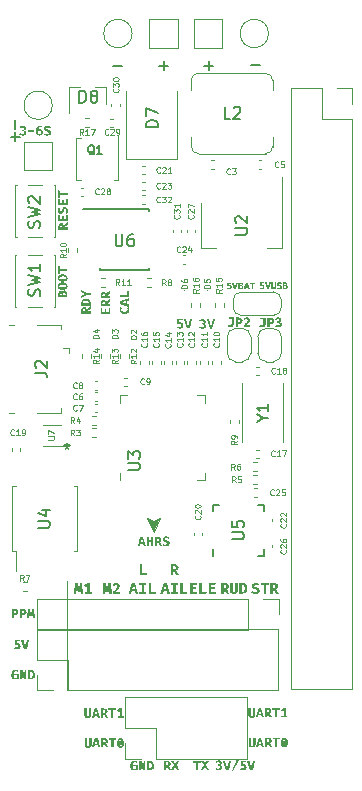
<source format=gbr>
%TF.GenerationSoftware,KiCad,Pcbnew,(6.0.0-0)*%
%TF.CreationDate,2022-06-22T07:40:47-04:00*%
%TF.ProjectId,hermes_v1,6865726d-6573-45f7-9631-2e6b69636164,rev?*%
%TF.SameCoordinates,Original*%
%TF.FileFunction,Legend,Top*%
%TF.FilePolarity,Positive*%
%FSLAX46Y46*%
G04 Gerber Fmt 4.6, Leading zero omitted, Abs format (unit mm)*
G04 Created by KiCad (PCBNEW (6.0.0-0)) date 2022-06-22 07:40:47*
%MOMM*%
%LPD*%
G01*
G04 APERTURE LIST*
%ADD10C,0.120000*%
%ADD11C,0.100000*%
%ADD12C,0.150000*%
%ADD13C,0.125000*%
G04 APERTURE END LIST*
D10*
X244475000Y-83350000D02*
X244475000Y-92625000D01*
D11*
X251250000Y-78004658D02*
X251800000Y-78304658D01*
X251800000Y-78304658D02*
X252350000Y-78004658D01*
X252350000Y-78004658D02*
X251800000Y-79254658D01*
X251800000Y-79254658D02*
X251250000Y-78004658D01*
G36*
X251800000Y-79254658D02*
G01*
X251250000Y-78004658D01*
X251800000Y-78304658D01*
X252350000Y-78004658D01*
X251800000Y-79254658D01*
G37*
X251800000Y-79254658D02*
X251250000Y-78004658D01*
X251800000Y-78304658D01*
X252350000Y-78004658D01*
X251800000Y-79254658D01*
D12*
X240046428Y-45130952D02*
X240046428Y-44369047D01*
X248369047Y-39771428D02*
X249130952Y-39771428D01*
X252269047Y-39746428D02*
X253030952Y-39746428D01*
X252650000Y-40127380D02*
X252650000Y-39365476D01*
X256069047Y-39746428D02*
X256830952Y-39746428D01*
X256450000Y-40127380D02*
X256450000Y-39365476D01*
X260019047Y-39696428D02*
X260780952Y-39696428D01*
X240046428Y-46130952D02*
X240046428Y-45369047D01*
X240427380Y-45750000D02*
X239665476Y-45750000D01*
D13*
%TO.C,C6*%
X245259166Y-67953571D02*
X245235357Y-67977380D01*
X245163928Y-68001190D01*
X245116309Y-68001190D01*
X245044880Y-67977380D01*
X244997261Y-67929761D01*
X244973452Y-67882142D01*
X244949642Y-67786904D01*
X244949642Y-67715476D01*
X244973452Y-67620238D01*
X244997261Y-67572619D01*
X245044880Y-67525000D01*
X245116309Y-67501190D01*
X245163928Y-67501190D01*
X245235357Y-67525000D01*
X245259166Y-67548809D01*
X245687738Y-67501190D02*
X245592500Y-67501190D01*
X245544880Y-67525000D01*
X245521071Y-67548809D01*
X245473452Y-67620238D01*
X245449642Y-67715476D01*
X245449642Y-67905952D01*
X245473452Y-67953571D01*
X245497261Y-67977380D01*
X245544880Y-68001190D01*
X245640119Y-68001190D01*
X245687738Y-67977380D01*
X245711547Y-67953571D01*
X245735357Y-67905952D01*
X245735357Y-67786904D01*
X245711547Y-67739285D01*
X245687738Y-67715476D01*
X245640119Y-67691666D01*
X245544880Y-67691666D01*
X245497261Y-67715476D01*
X245473452Y-67739285D01*
X245449642Y-67786904D01*
%TO.C,C8*%
X245259166Y-67003571D02*
X245235357Y-67027380D01*
X245163928Y-67051190D01*
X245116309Y-67051190D01*
X245044880Y-67027380D01*
X244997261Y-66979761D01*
X244973452Y-66932142D01*
X244949642Y-66836904D01*
X244949642Y-66765476D01*
X244973452Y-66670238D01*
X244997261Y-66622619D01*
X245044880Y-66575000D01*
X245116309Y-66551190D01*
X245163928Y-66551190D01*
X245235357Y-66575000D01*
X245259166Y-66598809D01*
X245544880Y-66765476D02*
X245497261Y-66741666D01*
X245473452Y-66717857D01*
X245449642Y-66670238D01*
X245449642Y-66646428D01*
X245473452Y-66598809D01*
X245497261Y-66575000D01*
X245544880Y-66551190D01*
X245640119Y-66551190D01*
X245687738Y-66575000D01*
X245711547Y-66598809D01*
X245735357Y-66646428D01*
X245735357Y-66670238D01*
X245711547Y-66717857D01*
X245687738Y-66741666D01*
X245640119Y-66765476D01*
X245544880Y-66765476D01*
X245497261Y-66789285D01*
X245473452Y-66813095D01*
X245449642Y-66860714D01*
X245449642Y-66955952D01*
X245473452Y-67003571D01*
X245497261Y-67027380D01*
X245544880Y-67051190D01*
X245640119Y-67051190D01*
X245687738Y-67027380D01*
X245711547Y-67003571D01*
X245735357Y-66955952D01*
X245735357Y-66860714D01*
X245711547Y-66813095D01*
X245687738Y-66789285D01*
X245640119Y-66765476D01*
%TO.C,C11*%
X256278571Y-63258928D02*
X256302380Y-63282738D01*
X256326190Y-63354166D01*
X256326190Y-63401785D01*
X256302380Y-63473214D01*
X256254761Y-63520833D01*
X256207142Y-63544642D01*
X256111904Y-63568452D01*
X256040476Y-63568452D01*
X255945238Y-63544642D01*
X255897619Y-63520833D01*
X255850000Y-63473214D01*
X255826190Y-63401785D01*
X255826190Y-63354166D01*
X255850000Y-63282738D01*
X255873809Y-63258928D01*
X256326190Y-62782738D02*
X256326190Y-63068452D01*
X256326190Y-62925595D02*
X255826190Y-62925595D01*
X255897619Y-62973214D01*
X255945238Y-63020833D01*
X255969047Y-63068452D01*
X256326190Y-62306547D02*
X256326190Y-62592261D01*
X256326190Y-62449404D02*
X255826190Y-62449404D01*
X255897619Y-62497023D01*
X255945238Y-62544642D01*
X255969047Y-62592261D01*
%TO.C,C12*%
X255178571Y-63258928D02*
X255202380Y-63282738D01*
X255226190Y-63354166D01*
X255226190Y-63401785D01*
X255202380Y-63473214D01*
X255154761Y-63520833D01*
X255107142Y-63544642D01*
X255011904Y-63568452D01*
X254940476Y-63568452D01*
X254845238Y-63544642D01*
X254797619Y-63520833D01*
X254750000Y-63473214D01*
X254726190Y-63401785D01*
X254726190Y-63354166D01*
X254750000Y-63282738D01*
X254773809Y-63258928D01*
X255226190Y-62782738D02*
X255226190Y-63068452D01*
X255226190Y-62925595D02*
X254726190Y-62925595D01*
X254797619Y-62973214D01*
X254845238Y-63020833D01*
X254869047Y-63068452D01*
X254773809Y-62592261D02*
X254750000Y-62568452D01*
X254726190Y-62520833D01*
X254726190Y-62401785D01*
X254750000Y-62354166D01*
X254773809Y-62330357D01*
X254821428Y-62306547D01*
X254869047Y-62306547D01*
X254940476Y-62330357D01*
X255226190Y-62616071D01*
X255226190Y-62306547D01*
%TO.C,C13*%
X254178571Y-63258928D02*
X254202380Y-63282738D01*
X254226190Y-63354166D01*
X254226190Y-63401785D01*
X254202380Y-63473214D01*
X254154761Y-63520833D01*
X254107142Y-63544642D01*
X254011904Y-63568452D01*
X253940476Y-63568452D01*
X253845238Y-63544642D01*
X253797619Y-63520833D01*
X253750000Y-63473214D01*
X253726190Y-63401785D01*
X253726190Y-63354166D01*
X253750000Y-63282738D01*
X253773809Y-63258928D01*
X254226190Y-62782738D02*
X254226190Y-63068452D01*
X254226190Y-62925595D02*
X253726190Y-62925595D01*
X253797619Y-62973214D01*
X253845238Y-63020833D01*
X253869047Y-63068452D01*
X253726190Y-62616071D02*
X253726190Y-62306547D01*
X253916666Y-62473214D01*
X253916666Y-62401785D01*
X253940476Y-62354166D01*
X253964285Y-62330357D01*
X254011904Y-62306547D01*
X254130952Y-62306547D01*
X254178571Y-62330357D01*
X254202380Y-62354166D01*
X254226190Y-62401785D01*
X254226190Y-62544642D01*
X254202380Y-62592261D01*
X254178571Y-62616071D01*
%TO.C,C14*%
X253178571Y-63308928D02*
X253202380Y-63332738D01*
X253226190Y-63404166D01*
X253226190Y-63451785D01*
X253202380Y-63523214D01*
X253154761Y-63570833D01*
X253107142Y-63594642D01*
X253011904Y-63618452D01*
X252940476Y-63618452D01*
X252845238Y-63594642D01*
X252797619Y-63570833D01*
X252750000Y-63523214D01*
X252726190Y-63451785D01*
X252726190Y-63404166D01*
X252750000Y-63332738D01*
X252773809Y-63308928D01*
X253226190Y-62832738D02*
X253226190Y-63118452D01*
X253226190Y-62975595D02*
X252726190Y-62975595D01*
X252797619Y-63023214D01*
X252845238Y-63070833D01*
X252869047Y-63118452D01*
X252892857Y-62404166D02*
X253226190Y-62404166D01*
X252702380Y-62523214D02*
X253059523Y-62642261D01*
X253059523Y-62332738D01*
%TO.C,C15*%
X252178571Y-63258928D02*
X252202380Y-63282738D01*
X252226190Y-63354166D01*
X252226190Y-63401785D01*
X252202380Y-63473214D01*
X252154761Y-63520833D01*
X252107142Y-63544642D01*
X252011904Y-63568452D01*
X251940476Y-63568452D01*
X251845238Y-63544642D01*
X251797619Y-63520833D01*
X251750000Y-63473214D01*
X251726190Y-63401785D01*
X251726190Y-63354166D01*
X251750000Y-63282738D01*
X251773809Y-63258928D01*
X252226190Y-62782738D02*
X252226190Y-63068452D01*
X252226190Y-62925595D02*
X251726190Y-62925595D01*
X251797619Y-62973214D01*
X251845238Y-63020833D01*
X251869047Y-63068452D01*
X251726190Y-62330357D02*
X251726190Y-62568452D01*
X251964285Y-62592261D01*
X251940476Y-62568452D01*
X251916666Y-62520833D01*
X251916666Y-62401785D01*
X251940476Y-62354166D01*
X251964285Y-62330357D01*
X252011904Y-62306547D01*
X252130952Y-62306547D01*
X252178571Y-62330357D01*
X252202380Y-62354166D01*
X252226190Y-62401785D01*
X252226190Y-62520833D01*
X252202380Y-62568452D01*
X252178571Y-62592261D01*
%TO.C,C16*%
X251178571Y-63258928D02*
X251202380Y-63282738D01*
X251226190Y-63354166D01*
X251226190Y-63401785D01*
X251202380Y-63473214D01*
X251154761Y-63520833D01*
X251107142Y-63544642D01*
X251011904Y-63568452D01*
X250940476Y-63568452D01*
X250845238Y-63544642D01*
X250797619Y-63520833D01*
X250750000Y-63473214D01*
X250726190Y-63401785D01*
X250726190Y-63354166D01*
X250750000Y-63282738D01*
X250773809Y-63258928D01*
X251226190Y-62782738D02*
X251226190Y-63068452D01*
X251226190Y-62925595D02*
X250726190Y-62925595D01*
X250797619Y-62973214D01*
X250845238Y-63020833D01*
X250869047Y-63068452D01*
X250726190Y-62354166D02*
X250726190Y-62449404D01*
X250750000Y-62497023D01*
X250773809Y-62520833D01*
X250845238Y-62568452D01*
X250940476Y-62592261D01*
X251130952Y-62592261D01*
X251178571Y-62568452D01*
X251202380Y-62544642D01*
X251226190Y-62497023D01*
X251226190Y-62401785D01*
X251202380Y-62354166D01*
X251178571Y-62330357D01*
X251130952Y-62306547D01*
X251011904Y-62306547D01*
X250964285Y-62330357D01*
X250940476Y-62354166D01*
X250916666Y-62401785D01*
X250916666Y-62497023D01*
X250940476Y-62544642D01*
X250964285Y-62568452D01*
X251011904Y-62592261D01*
%TO.C,C17*%
X262019821Y-72778571D02*
X261996011Y-72802380D01*
X261924583Y-72826190D01*
X261876964Y-72826190D01*
X261805535Y-72802380D01*
X261757916Y-72754761D01*
X261734107Y-72707142D01*
X261710297Y-72611904D01*
X261710297Y-72540476D01*
X261734107Y-72445238D01*
X261757916Y-72397619D01*
X261805535Y-72350000D01*
X261876964Y-72326190D01*
X261924583Y-72326190D01*
X261996011Y-72350000D01*
X262019821Y-72373809D01*
X262496011Y-72826190D02*
X262210297Y-72826190D01*
X262353154Y-72826190D02*
X262353154Y-72326190D01*
X262305535Y-72397619D01*
X262257916Y-72445238D01*
X262210297Y-72469047D01*
X262662678Y-72326190D02*
X262996011Y-72326190D01*
X262781726Y-72826190D01*
%TO.C,C18*%
X262053571Y-65778571D02*
X262029761Y-65802380D01*
X261958333Y-65826190D01*
X261910714Y-65826190D01*
X261839285Y-65802380D01*
X261791666Y-65754761D01*
X261767857Y-65707142D01*
X261744047Y-65611904D01*
X261744047Y-65540476D01*
X261767857Y-65445238D01*
X261791666Y-65397619D01*
X261839285Y-65350000D01*
X261910714Y-65326190D01*
X261958333Y-65326190D01*
X262029761Y-65350000D01*
X262053571Y-65373809D01*
X262529761Y-65826190D02*
X262244047Y-65826190D01*
X262386904Y-65826190D02*
X262386904Y-65326190D01*
X262339285Y-65397619D01*
X262291666Y-65445238D01*
X262244047Y-65469047D01*
X262815476Y-65540476D02*
X262767857Y-65516666D01*
X262744047Y-65492857D01*
X262720238Y-65445238D01*
X262720238Y-65421428D01*
X262744047Y-65373809D01*
X262767857Y-65350000D01*
X262815476Y-65326190D01*
X262910714Y-65326190D01*
X262958333Y-65350000D01*
X262982142Y-65373809D01*
X263005952Y-65421428D01*
X263005952Y-65445238D01*
X262982142Y-65492857D01*
X262958333Y-65516666D01*
X262910714Y-65540476D01*
X262815476Y-65540476D01*
X262767857Y-65564285D01*
X262744047Y-65588095D01*
X262720238Y-65635714D01*
X262720238Y-65730952D01*
X262744047Y-65778571D01*
X262767857Y-65802380D01*
X262815476Y-65826190D01*
X262910714Y-65826190D01*
X262958333Y-65802380D01*
X262982142Y-65778571D01*
X263005952Y-65730952D01*
X263005952Y-65635714D01*
X262982142Y-65588095D01*
X262958333Y-65564285D01*
X262910714Y-65540476D01*
%TO.C,C19*%
X239953571Y-71003571D02*
X239929761Y-71027380D01*
X239858333Y-71051190D01*
X239810714Y-71051190D01*
X239739285Y-71027380D01*
X239691666Y-70979761D01*
X239667857Y-70932142D01*
X239644047Y-70836904D01*
X239644047Y-70765476D01*
X239667857Y-70670238D01*
X239691666Y-70622619D01*
X239739285Y-70575000D01*
X239810714Y-70551190D01*
X239858333Y-70551190D01*
X239929761Y-70575000D01*
X239953571Y-70598809D01*
X240429761Y-71051190D02*
X240144047Y-71051190D01*
X240286904Y-71051190D02*
X240286904Y-70551190D01*
X240239285Y-70622619D01*
X240191666Y-70670238D01*
X240144047Y-70694047D01*
X240667857Y-71051190D02*
X240763095Y-71051190D01*
X240810714Y-71027380D01*
X240834523Y-71003571D01*
X240882142Y-70932142D01*
X240905952Y-70836904D01*
X240905952Y-70646428D01*
X240882142Y-70598809D01*
X240858333Y-70575000D01*
X240810714Y-70551190D01*
X240715476Y-70551190D01*
X240667857Y-70575000D01*
X240644047Y-70598809D01*
X240620238Y-70646428D01*
X240620238Y-70765476D01*
X240644047Y-70813095D01*
X240667857Y-70836904D01*
X240715476Y-70860714D01*
X240810714Y-70860714D01*
X240858333Y-70836904D01*
X240882142Y-70813095D01*
X240905952Y-70765476D01*
%TO.C,C20*%
X255703571Y-77846428D02*
X255727380Y-77870238D01*
X255751190Y-77941666D01*
X255751190Y-77989285D01*
X255727380Y-78060714D01*
X255679761Y-78108333D01*
X255632142Y-78132142D01*
X255536904Y-78155952D01*
X255465476Y-78155952D01*
X255370238Y-78132142D01*
X255322619Y-78108333D01*
X255275000Y-78060714D01*
X255251190Y-77989285D01*
X255251190Y-77941666D01*
X255275000Y-77870238D01*
X255298809Y-77846428D01*
X255298809Y-77655952D02*
X255275000Y-77632142D01*
X255251190Y-77584523D01*
X255251190Y-77465476D01*
X255275000Y-77417857D01*
X255298809Y-77394047D01*
X255346428Y-77370238D01*
X255394047Y-77370238D01*
X255465476Y-77394047D01*
X255751190Y-77679761D01*
X255751190Y-77370238D01*
X255251190Y-77060714D02*
X255251190Y-77013095D01*
X255275000Y-76965476D01*
X255298809Y-76941666D01*
X255346428Y-76917857D01*
X255441666Y-76894047D01*
X255560714Y-76894047D01*
X255655952Y-76917857D01*
X255703571Y-76941666D01*
X255727380Y-76965476D01*
X255751190Y-77013095D01*
X255751190Y-77060714D01*
X255727380Y-77108333D01*
X255703571Y-77132142D01*
X255655952Y-77155952D01*
X255560714Y-77179761D01*
X255441666Y-77179761D01*
X255346428Y-77155952D01*
X255298809Y-77132142D01*
X255275000Y-77108333D01*
X255251190Y-77060714D01*
%TO.C,C22*%
X262953571Y-78546428D02*
X262977380Y-78570238D01*
X263001190Y-78641666D01*
X263001190Y-78689285D01*
X262977380Y-78760714D01*
X262929761Y-78808333D01*
X262882142Y-78832142D01*
X262786904Y-78855952D01*
X262715476Y-78855952D01*
X262620238Y-78832142D01*
X262572619Y-78808333D01*
X262525000Y-78760714D01*
X262501190Y-78689285D01*
X262501190Y-78641666D01*
X262525000Y-78570238D01*
X262548809Y-78546428D01*
X262548809Y-78355952D02*
X262525000Y-78332142D01*
X262501190Y-78284523D01*
X262501190Y-78165476D01*
X262525000Y-78117857D01*
X262548809Y-78094047D01*
X262596428Y-78070238D01*
X262644047Y-78070238D01*
X262715476Y-78094047D01*
X263001190Y-78379761D01*
X263001190Y-78070238D01*
X262548809Y-77879761D02*
X262525000Y-77855952D01*
X262501190Y-77808333D01*
X262501190Y-77689285D01*
X262525000Y-77641666D01*
X262548809Y-77617857D01*
X262596428Y-77594047D01*
X262644047Y-77594047D01*
X262715476Y-77617857D01*
X263001190Y-77903571D01*
X263001190Y-77594047D01*
%TO.C,C25*%
X261953571Y-76078571D02*
X261929761Y-76102380D01*
X261858333Y-76126190D01*
X261810714Y-76126190D01*
X261739285Y-76102380D01*
X261691666Y-76054761D01*
X261667857Y-76007142D01*
X261644047Y-75911904D01*
X261644047Y-75840476D01*
X261667857Y-75745238D01*
X261691666Y-75697619D01*
X261739285Y-75650000D01*
X261810714Y-75626190D01*
X261858333Y-75626190D01*
X261929761Y-75650000D01*
X261953571Y-75673809D01*
X262144047Y-75673809D02*
X262167857Y-75650000D01*
X262215476Y-75626190D01*
X262334523Y-75626190D01*
X262382142Y-75650000D01*
X262405952Y-75673809D01*
X262429761Y-75721428D01*
X262429761Y-75769047D01*
X262405952Y-75840476D01*
X262120238Y-76126190D01*
X262429761Y-76126190D01*
X262882142Y-75626190D02*
X262644047Y-75626190D01*
X262620238Y-75864285D01*
X262644047Y-75840476D01*
X262691666Y-75816666D01*
X262810714Y-75816666D01*
X262858333Y-75840476D01*
X262882142Y-75864285D01*
X262905952Y-75911904D01*
X262905952Y-76030952D01*
X262882142Y-76078571D01*
X262858333Y-76102380D01*
X262810714Y-76126190D01*
X262691666Y-76126190D01*
X262644047Y-76102380D01*
X262620238Y-76078571D01*
%TO.C,C26*%
X262953571Y-80746428D02*
X262977380Y-80770238D01*
X263001190Y-80841666D01*
X263001190Y-80889285D01*
X262977380Y-80960714D01*
X262929761Y-81008333D01*
X262882142Y-81032142D01*
X262786904Y-81055952D01*
X262715476Y-81055952D01*
X262620238Y-81032142D01*
X262572619Y-81008333D01*
X262525000Y-80960714D01*
X262501190Y-80889285D01*
X262501190Y-80841666D01*
X262525000Y-80770238D01*
X262548809Y-80746428D01*
X262548809Y-80555952D02*
X262525000Y-80532142D01*
X262501190Y-80484523D01*
X262501190Y-80365476D01*
X262525000Y-80317857D01*
X262548809Y-80294047D01*
X262596428Y-80270238D01*
X262644047Y-80270238D01*
X262715476Y-80294047D01*
X263001190Y-80579761D01*
X263001190Y-80270238D01*
X262501190Y-79841666D02*
X262501190Y-79936904D01*
X262525000Y-79984523D01*
X262548809Y-80008333D01*
X262620238Y-80055952D01*
X262715476Y-80079761D01*
X262905952Y-80079761D01*
X262953571Y-80055952D01*
X262977380Y-80032142D01*
X263001190Y-79984523D01*
X263001190Y-79889285D01*
X262977380Y-79841666D01*
X262953571Y-79817857D01*
X262905952Y-79794047D01*
X262786904Y-79794047D01*
X262739285Y-79817857D01*
X262715476Y-79841666D01*
X262691666Y-79889285D01*
X262691666Y-79984523D01*
X262715476Y-80032142D01*
X262739285Y-80055952D01*
X262786904Y-80079761D01*
%TO.C,D2*%
X250326190Y-62856547D02*
X249826190Y-62856547D01*
X249826190Y-62737500D01*
X249850000Y-62666071D01*
X249897619Y-62618452D01*
X249945238Y-62594642D01*
X250040476Y-62570833D01*
X250111904Y-62570833D01*
X250207142Y-62594642D01*
X250254761Y-62618452D01*
X250302380Y-62666071D01*
X250326190Y-62737500D01*
X250326190Y-62856547D01*
X249873809Y-62380357D02*
X249850000Y-62356547D01*
X249826190Y-62308928D01*
X249826190Y-62189880D01*
X249850000Y-62142261D01*
X249873809Y-62118452D01*
X249921428Y-62094642D01*
X249969047Y-62094642D01*
X250040476Y-62118452D01*
X250326190Y-62404166D01*
X250326190Y-62094642D01*
%TO.C,D3*%
X248726190Y-62831547D02*
X248226190Y-62831547D01*
X248226190Y-62712500D01*
X248250000Y-62641071D01*
X248297619Y-62593452D01*
X248345238Y-62569642D01*
X248440476Y-62545833D01*
X248511904Y-62545833D01*
X248607142Y-62569642D01*
X248654761Y-62593452D01*
X248702380Y-62641071D01*
X248726190Y-62712500D01*
X248726190Y-62831547D01*
X248226190Y-62379166D02*
X248226190Y-62069642D01*
X248416666Y-62236309D01*
X248416666Y-62164880D01*
X248440476Y-62117261D01*
X248464285Y-62093452D01*
X248511904Y-62069642D01*
X248630952Y-62069642D01*
X248678571Y-62093452D01*
X248702380Y-62117261D01*
X248726190Y-62164880D01*
X248726190Y-62307738D01*
X248702380Y-62355357D01*
X248678571Y-62379166D01*
%TO.C,D4*%
X247126190Y-62806547D02*
X246626190Y-62806547D01*
X246626190Y-62687500D01*
X246650000Y-62616071D01*
X246697619Y-62568452D01*
X246745238Y-62544642D01*
X246840476Y-62520833D01*
X246911904Y-62520833D01*
X247007142Y-62544642D01*
X247054761Y-62568452D01*
X247102380Y-62616071D01*
X247126190Y-62687500D01*
X247126190Y-62806547D01*
X246792857Y-62092261D02*
X247126190Y-62092261D01*
X246602380Y-62211309D02*
X246959523Y-62330357D01*
X246959523Y-62020833D01*
%TO.C,R5*%
X258716666Y-75026190D02*
X258550000Y-74788095D01*
X258430952Y-75026190D02*
X258430952Y-74526190D01*
X258621428Y-74526190D01*
X258669047Y-74550000D01*
X258692857Y-74573809D01*
X258716666Y-74621428D01*
X258716666Y-74692857D01*
X258692857Y-74740476D01*
X258669047Y-74764285D01*
X258621428Y-74788095D01*
X258430952Y-74788095D01*
X259169047Y-74526190D02*
X258930952Y-74526190D01*
X258907142Y-74764285D01*
X258930952Y-74740476D01*
X258978571Y-74716666D01*
X259097619Y-74716666D01*
X259145238Y-74740476D01*
X259169047Y-74764285D01*
X259192857Y-74811904D01*
X259192857Y-74930952D01*
X259169047Y-74978571D01*
X259145238Y-75002380D01*
X259097619Y-75026190D01*
X258978571Y-75026190D01*
X258930952Y-75002380D01*
X258907142Y-74978571D01*
%TO.C,R6*%
X258641666Y-73951190D02*
X258475000Y-73713095D01*
X258355952Y-73951190D02*
X258355952Y-73451190D01*
X258546428Y-73451190D01*
X258594047Y-73475000D01*
X258617857Y-73498809D01*
X258641666Y-73546428D01*
X258641666Y-73617857D01*
X258617857Y-73665476D01*
X258594047Y-73689285D01*
X258546428Y-73713095D01*
X258355952Y-73713095D01*
X259070238Y-73451190D02*
X258975000Y-73451190D01*
X258927380Y-73475000D01*
X258903571Y-73498809D01*
X258855952Y-73570238D01*
X258832142Y-73665476D01*
X258832142Y-73855952D01*
X258855952Y-73903571D01*
X258879761Y-73927380D01*
X258927380Y-73951190D01*
X259022619Y-73951190D01*
X259070238Y-73927380D01*
X259094047Y-73903571D01*
X259117857Y-73855952D01*
X259117857Y-73736904D01*
X259094047Y-73689285D01*
X259070238Y-73665476D01*
X259022619Y-73641666D01*
X258927380Y-73641666D01*
X258879761Y-73665476D01*
X258855952Y-73689285D01*
X258832142Y-73736904D01*
%TO.C,R7*%
X240766666Y-83351190D02*
X240600000Y-83113095D01*
X240480952Y-83351190D02*
X240480952Y-82851190D01*
X240671428Y-82851190D01*
X240719047Y-82875000D01*
X240742857Y-82898809D01*
X240766666Y-82946428D01*
X240766666Y-83017857D01*
X240742857Y-83065476D01*
X240719047Y-83089285D01*
X240671428Y-83113095D01*
X240480952Y-83113095D01*
X240933333Y-82851190D02*
X241266666Y-82851190D01*
X241052380Y-83351190D01*
%TO.C,R13*%
X248726190Y-64658928D02*
X248488095Y-64825595D01*
X248726190Y-64944642D02*
X248226190Y-64944642D01*
X248226190Y-64754166D01*
X248250000Y-64706547D01*
X248273809Y-64682738D01*
X248321428Y-64658928D01*
X248392857Y-64658928D01*
X248440476Y-64682738D01*
X248464285Y-64706547D01*
X248488095Y-64754166D01*
X248488095Y-64944642D01*
X248726190Y-64182738D02*
X248726190Y-64468452D01*
X248726190Y-64325595D02*
X248226190Y-64325595D01*
X248297619Y-64373214D01*
X248345238Y-64420833D01*
X248369047Y-64468452D01*
X248226190Y-64016071D02*
X248226190Y-63706547D01*
X248416666Y-63873214D01*
X248416666Y-63801785D01*
X248440476Y-63754166D01*
X248464285Y-63730357D01*
X248511904Y-63706547D01*
X248630952Y-63706547D01*
X248678571Y-63730357D01*
X248702380Y-63754166D01*
X248726190Y-63801785D01*
X248726190Y-63944642D01*
X248702380Y-63992261D01*
X248678571Y-64016071D01*
%TO.C,R14*%
X247126190Y-64658928D02*
X246888095Y-64825595D01*
X247126190Y-64944642D02*
X246626190Y-64944642D01*
X246626190Y-64754166D01*
X246650000Y-64706547D01*
X246673809Y-64682738D01*
X246721428Y-64658928D01*
X246792857Y-64658928D01*
X246840476Y-64682738D01*
X246864285Y-64706547D01*
X246888095Y-64754166D01*
X246888095Y-64944642D01*
X247126190Y-64182738D02*
X247126190Y-64468452D01*
X247126190Y-64325595D02*
X246626190Y-64325595D01*
X246697619Y-64373214D01*
X246745238Y-64420833D01*
X246769047Y-64468452D01*
X246792857Y-63754166D02*
X247126190Y-63754166D01*
X246602380Y-63873214D02*
X246959523Y-63992261D01*
X246959523Y-63682738D01*
D12*
%TO.C,U3*%
X249627380Y-73961904D02*
X250436904Y-73961904D01*
X250532142Y-73914285D01*
X250579761Y-73866666D01*
X250627380Y-73771428D01*
X250627380Y-73580952D01*
X250579761Y-73485714D01*
X250532142Y-73438095D01*
X250436904Y-73390476D01*
X249627380Y-73390476D01*
X249627380Y-73009523D02*
X249627380Y-72390476D01*
X250008333Y-72723809D01*
X250008333Y-72580952D01*
X250055952Y-72485714D01*
X250103571Y-72438095D01*
X250198809Y-72390476D01*
X250436904Y-72390476D01*
X250532142Y-72438095D01*
X250579761Y-72485714D01*
X250627380Y-72580952D01*
X250627380Y-72866666D01*
X250579761Y-72961904D01*
X250532142Y-73009523D01*
%TO.C,U4*%
X242002380Y-78861904D02*
X242811904Y-78861904D01*
X242907142Y-78814285D01*
X242954761Y-78766666D01*
X243002380Y-78671428D01*
X243002380Y-78480952D01*
X242954761Y-78385714D01*
X242907142Y-78338095D01*
X242811904Y-78290476D01*
X242002380Y-78290476D01*
X242335714Y-77385714D02*
X243002380Y-77385714D01*
X241954761Y-77623809D02*
X242669047Y-77861904D01*
X242669047Y-77242857D01*
%TO.C,U5*%
X258427380Y-79836904D02*
X259236904Y-79836904D01*
X259332142Y-79789285D01*
X259379761Y-79741666D01*
X259427380Y-79646428D01*
X259427380Y-79455952D01*
X259379761Y-79360714D01*
X259332142Y-79313095D01*
X259236904Y-79265476D01*
X258427380Y-79265476D01*
X258427380Y-78313095D02*
X258427380Y-78789285D01*
X258903571Y-78836904D01*
X258855952Y-78789285D01*
X258808333Y-78694047D01*
X258808333Y-78455952D01*
X258855952Y-78360714D01*
X258903571Y-78313095D01*
X258998809Y-78265476D01*
X259236904Y-78265476D01*
X259332142Y-78313095D01*
X259379761Y-78360714D01*
X259427380Y-78455952D01*
X259427380Y-78694047D01*
X259379761Y-78789285D01*
X259332142Y-78836904D01*
%TO.C,Y1*%
X261026190Y-69601190D02*
X261502380Y-69601190D01*
X260502380Y-69934523D02*
X261026190Y-69601190D01*
X260502380Y-69267857D01*
X261502380Y-68410714D02*
X261502380Y-68982142D01*
X261502380Y-68696428D02*
X260502380Y-68696428D01*
X260645238Y-68791666D01*
X260740476Y-68886904D01*
X260788095Y-68982142D01*
D13*
%TO.C,C9*%
X250971666Y-66678571D02*
X250947857Y-66702380D01*
X250876428Y-66726190D01*
X250828809Y-66726190D01*
X250757380Y-66702380D01*
X250709761Y-66654761D01*
X250685952Y-66607142D01*
X250662142Y-66511904D01*
X250662142Y-66440476D01*
X250685952Y-66345238D01*
X250709761Y-66297619D01*
X250757380Y-66250000D01*
X250828809Y-66226190D01*
X250876428Y-66226190D01*
X250947857Y-66250000D01*
X250971666Y-66273809D01*
X251209761Y-66726190D02*
X251305000Y-66726190D01*
X251352619Y-66702380D01*
X251376428Y-66678571D01*
X251424047Y-66607142D01*
X251447857Y-66511904D01*
X251447857Y-66321428D01*
X251424047Y-66273809D01*
X251400238Y-66250000D01*
X251352619Y-66226190D01*
X251257380Y-66226190D01*
X251209761Y-66250000D01*
X251185952Y-66273809D01*
X251162142Y-66321428D01*
X251162142Y-66440476D01*
X251185952Y-66488095D01*
X251209761Y-66511904D01*
X251257380Y-66535714D01*
X251352619Y-66535714D01*
X251400238Y-66511904D01*
X251424047Y-66488095D01*
X251447857Y-66440476D01*
%TO.C,R3*%
X245069166Y-71056190D02*
X244902500Y-70818095D01*
X244783452Y-71056190D02*
X244783452Y-70556190D01*
X244973928Y-70556190D01*
X245021547Y-70580000D01*
X245045357Y-70603809D01*
X245069166Y-70651428D01*
X245069166Y-70722857D01*
X245045357Y-70770476D01*
X245021547Y-70794285D01*
X244973928Y-70818095D01*
X244783452Y-70818095D01*
X245235833Y-70556190D02*
X245545357Y-70556190D01*
X245378690Y-70746666D01*
X245450119Y-70746666D01*
X245497738Y-70770476D01*
X245521547Y-70794285D01*
X245545357Y-70841904D01*
X245545357Y-70960952D01*
X245521547Y-71008571D01*
X245497738Y-71032380D01*
X245450119Y-71056190D01*
X245307261Y-71056190D01*
X245259642Y-71032380D01*
X245235833Y-71008571D01*
D12*
%TO.C,SW1*%
X242129761Y-59233333D02*
X242177380Y-59090476D01*
X242177380Y-58852380D01*
X242129761Y-58757142D01*
X242082142Y-58709523D01*
X241986904Y-58661904D01*
X241891666Y-58661904D01*
X241796428Y-58709523D01*
X241748809Y-58757142D01*
X241701190Y-58852380D01*
X241653571Y-59042857D01*
X241605952Y-59138095D01*
X241558333Y-59185714D01*
X241463095Y-59233333D01*
X241367857Y-59233333D01*
X241272619Y-59185714D01*
X241225000Y-59138095D01*
X241177380Y-59042857D01*
X241177380Y-58804761D01*
X241225000Y-58661904D01*
X241177380Y-58328571D02*
X242177380Y-58090476D01*
X241463095Y-57900000D01*
X242177380Y-57709523D01*
X241177380Y-57471428D01*
X242177380Y-56566666D02*
X242177380Y-57138095D01*
X242177380Y-56852380D02*
X241177380Y-56852380D01*
X241320238Y-56947619D01*
X241415476Y-57042857D01*
X241463095Y-57138095D01*
%TO.C,J2*%
X241752380Y-65733333D02*
X242466666Y-65733333D01*
X242609523Y-65780952D01*
X242704761Y-65876190D01*
X242752380Y-66019047D01*
X242752380Y-66114285D01*
X241847619Y-65304761D02*
X241800000Y-65257142D01*
X241752380Y-65161904D01*
X241752380Y-64923809D01*
X241800000Y-64828571D01*
X241847619Y-64780952D01*
X241942857Y-64733333D01*
X242038095Y-64733333D01*
X242180952Y-64780952D01*
X242752380Y-65352380D01*
X242752380Y-64733333D01*
D13*
%TO.C,R9*%
X258826190Y-71508333D02*
X258588095Y-71675000D01*
X258826190Y-71794047D02*
X258326190Y-71794047D01*
X258326190Y-71603571D01*
X258350000Y-71555952D01*
X258373809Y-71532142D01*
X258421428Y-71508333D01*
X258492857Y-71508333D01*
X258540476Y-71532142D01*
X258564285Y-71555952D01*
X258588095Y-71603571D01*
X258588095Y-71794047D01*
X258826190Y-71270238D02*
X258826190Y-71175000D01*
X258802380Y-71127380D01*
X258778571Y-71103571D01*
X258707142Y-71055952D01*
X258611904Y-71032142D01*
X258421428Y-71032142D01*
X258373809Y-71055952D01*
X258350000Y-71079761D01*
X258326190Y-71127380D01*
X258326190Y-71222619D01*
X258350000Y-71270238D01*
X258373809Y-71294047D01*
X258421428Y-71317857D01*
X258540476Y-71317857D01*
X258588095Y-71294047D01*
X258611904Y-71270238D01*
X258635714Y-71222619D01*
X258635714Y-71127380D01*
X258611904Y-71079761D01*
X258588095Y-71055952D01*
X258540476Y-71032142D01*
%TO.C,C10*%
X257278571Y-63258928D02*
X257302380Y-63282738D01*
X257326190Y-63354166D01*
X257326190Y-63401785D01*
X257302380Y-63473214D01*
X257254761Y-63520833D01*
X257207142Y-63544642D01*
X257111904Y-63568452D01*
X257040476Y-63568452D01*
X256945238Y-63544642D01*
X256897619Y-63520833D01*
X256850000Y-63473214D01*
X256826190Y-63401785D01*
X256826190Y-63354166D01*
X256850000Y-63282738D01*
X256873809Y-63258928D01*
X257326190Y-62782738D02*
X257326190Y-63068452D01*
X257326190Y-62925595D02*
X256826190Y-62925595D01*
X256897619Y-62973214D01*
X256945238Y-63020833D01*
X256969047Y-63068452D01*
X256826190Y-62473214D02*
X256826190Y-62425595D01*
X256850000Y-62377976D01*
X256873809Y-62354166D01*
X256921428Y-62330357D01*
X257016666Y-62306547D01*
X257135714Y-62306547D01*
X257230952Y-62330357D01*
X257278571Y-62354166D01*
X257302380Y-62377976D01*
X257326190Y-62425595D01*
X257326190Y-62473214D01*
X257302380Y-62520833D01*
X257278571Y-62544642D01*
X257230952Y-62568452D01*
X257135714Y-62592261D01*
X257016666Y-62592261D01*
X256921428Y-62568452D01*
X256873809Y-62544642D01*
X256850000Y-62520833D01*
X256826190Y-62473214D01*
D12*
%TO.C,SW2*%
X242104761Y-53470833D02*
X242152380Y-53327976D01*
X242152380Y-53089880D01*
X242104761Y-52994642D01*
X242057142Y-52947023D01*
X241961904Y-52899404D01*
X241866666Y-52899404D01*
X241771428Y-52947023D01*
X241723809Y-52994642D01*
X241676190Y-53089880D01*
X241628571Y-53280357D01*
X241580952Y-53375595D01*
X241533333Y-53423214D01*
X241438095Y-53470833D01*
X241342857Y-53470833D01*
X241247619Y-53423214D01*
X241200000Y-53375595D01*
X241152380Y-53280357D01*
X241152380Y-53042261D01*
X241200000Y-52899404D01*
X241152380Y-52566071D02*
X242152380Y-52327976D01*
X241438095Y-52137500D01*
X242152380Y-51947023D01*
X241152380Y-51708928D01*
X241247619Y-51375595D02*
X241200000Y-51327976D01*
X241152380Y-51232738D01*
X241152380Y-50994642D01*
X241200000Y-50899404D01*
X241247619Y-50851785D01*
X241342857Y-50804166D01*
X241438095Y-50804166D01*
X241580952Y-50851785D01*
X242152380Y-51423214D01*
X242152380Y-50804166D01*
D13*
%TO.C,C7*%
X245259166Y-68903571D02*
X245235357Y-68927380D01*
X245163928Y-68951190D01*
X245116309Y-68951190D01*
X245044880Y-68927380D01*
X244997261Y-68879761D01*
X244973452Y-68832142D01*
X244949642Y-68736904D01*
X244949642Y-68665476D01*
X244973452Y-68570238D01*
X244997261Y-68522619D01*
X245044880Y-68475000D01*
X245116309Y-68451190D01*
X245163928Y-68451190D01*
X245235357Y-68475000D01*
X245259166Y-68498809D01*
X245425833Y-68451190D02*
X245759166Y-68451190D01*
X245544880Y-68951190D01*
%TO.C,R12*%
X250326190Y-64658928D02*
X250088095Y-64825595D01*
X250326190Y-64944642D02*
X249826190Y-64944642D01*
X249826190Y-64754166D01*
X249850000Y-64706547D01*
X249873809Y-64682738D01*
X249921428Y-64658928D01*
X249992857Y-64658928D01*
X250040476Y-64682738D01*
X250064285Y-64706547D01*
X250088095Y-64754166D01*
X250088095Y-64944642D01*
X250326190Y-64182738D02*
X250326190Y-64468452D01*
X250326190Y-64325595D02*
X249826190Y-64325595D01*
X249897619Y-64373214D01*
X249945238Y-64420833D01*
X249969047Y-64468452D01*
X249873809Y-63992261D02*
X249850000Y-63968452D01*
X249826190Y-63920833D01*
X249826190Y-63801785D01*
X249850000Y-63754166D01*
X249873809Y-63730357D01*
X249921428Y-63706547D01*
X249969047Y-63706547D01*
X250040476Y-63730357D01*
X250326190Y-64016071D01*
X250326190Y-63706547D01*
%TO.C,R15*%
X257541190Y-58671428D02*
X257303095Y-58838095D01*
X257541190Y-58957142D02*
X257041190Y-58957142D01*
X257041190Y-58766666D01*
X257065000Y-58719047D01*
X257088809Y-58695238D01*
X257136428Y-58671428D01*
X257207857Y-58671428D01*
X257255476Y-58695238D01*
X257279285Y-58719047D01*
X257303095Y-58766666D01*
X257303095Y-58957142D01*
X257541190Y-58195238D02*
X257541190Y-58480952D01*
X257541190Y-58338095D02*
X257041190Y-58338095D01*
X257112619Y-58385714D01*
X257160238Y-58433333D01*
X257184047Y-58480952D01*
X257041190Y-57742857D02*
X257041190Y-57980952D01*
X257279285Y-58004761D01*
X257255476Y-57980952D01*
X257231666Y-57933333D01*
X257231666Y-57814285D01*
X257255476Y-57766666D01*
X257279285Y-57742857D01*
X257326904Y-57719047D01*
X257445952Y-57719047D01*
X257493571Y-57742857D01*
X257517380Y-57766666D01*
X257541190Y-57814285D01*
X257541190Y-57933333D01*
X257517380Y-57980952D01*
X257493571Y-58004761D01*
%TO.C,R16*%
X255591190Y-58671428D02*
X255353095Y-58838095D01*
X255591190Y-58957142D02*
X255091190Y-58957142D01*
X255091190Y-58766666D01*
X255115000Y-58719047D01*
X255138809Y-58695238D01*
X255186428Y-58671428D01*
X255257857Y-58671428D01*
X255305476Y-58695238D01*
X255329285Y-58719047D01*
X255353095Y-58766666D01*
X255353095Y-58957142D01*
X255591190Y-58195238D02*
X255591190Y-58480952D01*
X255591190Y-58338095D02*
X255091190Y-58338095D01*
X255162619Y-58385714D01*
X255210238Y-58433333D01*
X255234047Y-58480952D01*
X255091190Y-57766666D02*
X255091190Y-57861904D01*
X255115000Y-57909523D01*
X255138809Y-57933333D01*
X255210238Y-57980952D01*
X255305476Y-58004761D01*
X255495952Y-58004761D01*
X255543571Y-57980952D01*
X255567380Y-57957142D01*
X255591190Y-57909523D01*
X255591190Y-57814285D01*
X255567380Y-57766666D01*
X255543571Y-57742857D01*
X255495952Y-57719047D01*
X255376904Y-57719047D01*
X255329285Y-57742857D01*
X255305476Y-57766666D01*
X255281666Y-57814285D01*
X255281666Y-57909523D01*
X255305476Y-57957142D01*
X255329285Y-57980952D01*
X255376904Y-58004761D01*
%TO.C,D5*%
X256541190Y-58569047D02*
X256041190Y-58569047D01*
X256041190Y-58450000D01*
X256065000Y-58378571D01*
X256112619Y-58330952D01*
X256160238Y-58307142D01*
X256255476Y-58283333D01*
X256326904Y-58283333D01*
X256422142Y-58307142D01*
X256469761Y-58330952D01*
X256517380Y-58378571D01*
X256541190Y-58450000D01*
X256541190Y-58569047D01*
X256041190Y-57830952D02*
X256041190Y-58069047D01*
X256279285Y-58092857D01*
X256255476Y-58069047D01*
X256231666Y-58021428D01*
X256231666Y-57902380D01*
X256255476Y-57854761D01*
X256279285Y-57830952D01*
X256326904Y-57807142D01*
X256445952Y-57807142D01*
X256493571Y-57830952D01*
X256517380Y-57854761D01*
X256541190Y-57902380D01*
X256541190Y-58021428D01*
X256517380Y-58069047D01*
X256493571Y-58092857D01*
%TO.C,D6*%
X254616190Y-58569047D02*
X254116190Y-58569047D01*
X254116190Y-58450000D01*
X254140000Y-58378571D01*
X254187619Y-58330952D01*
X254235238Y-58307142D01*
X254330476Y-58283333D01*
X254401904Y-58283333D01*
X254497142Y-58307142D01*
X254544761Y-58330952D01*
X254592380Y-58378571D01*
X254616190Y-58450000D01*
X254616190Y-58569047D01*
X254116190Y-57854761D02*
X254116190Y-57950000D01*
X254140000Y-57997619D01*
X254163809Y-58021428D01*
X254235238Y-58069047D01*
X254330476Y-58092857D01*
X254520952Y-58092857D01*
X254568571Y-58069047D01*
X254592380Y-58045238D01*
X254616190Y-57997619D01*
X254616190Y-57902380D01*
X254592380Y-57854761D01*
X254568571Y-57830952D01*
X254520952Y-57807142D01*
X254401904Y-57807142D01*
X254354285Y-57830952D01*
X254330476Y-57854761D01*
X254306666Y-57902380D01*
X254306666Y-57997619D01*
X254330476Y-58045238D01*
X254354285Y-58069047D01*
X254401904Y-58092857D01*
%TO.C,R4*%
X245069166Y-70026190D02*
X244902500Y-69788095D01*
X244783452Y-70026190D02*
X244783452Y-69526190D01*
X244973928Y-69526190D01*
X245021547Y-69550000D01*
X245045357Y-69573809D01*
X245069166Y-69621428D01*
X245069166Y-69692857D01*
X245045357Y-69740476D01*
X245021547Y-69764285D01*
X244973928Y-69788095D01*
X244783452Y-69788095D01*
X245497738Y-69692857D02*
X245497738Y-70026190D01*
X245378690Y-69502380D02*
X245259642Y-69859523D01*
X245569166Y-69859523D01*
%TO.C,U7*%
X242876190Y-71405952D02*
X243280952Y-71405952D01*
X243328571Y-71382142D01*
X243352380Y-71358333D01*
X243376190Y-71310714D01*
X243376190Y-71215476D01*
X243352380Y-71167857D01*
X243328571Y-71144047D01*
X243280952Y-71120238D01*
X242876190Y-71120238D01*
X242876190Y-70929761D02*
X242876190Y-70596428D01*
X243376190Y-70810714D01*
%TO.C,C24*%
X254028571Y-55503571D02*
X254004761Y-55527380D01*
X253933333Y-55551190D01*
X253885714Y-55551190D01*
X253814285Y-55527380D01*
X253766666Y-55479761D01*
X253742857Y-55432142D01*
X253719047Y-55336904D01*
X253719047Y-55265476D01*
X253742857Y-55170238D01*
X253766666Y-55122619D01*
X253814285Y-55075000D01*
X253885714Y-55051190D01*
X253933333Y-55051190D01*
X254004761Y-55075000D01*
X254028571Y-55098809D01*
X254219047Y-55098809D02*
X254242857Y-55075000D01*
X254290476Y-55051190D01*
X254409523Y-55051190D01*
X254457142Y-55075000D01*
X254480952Y-55098809D01*
X254504761Y-55146428D01*
X254504761Y-55194047D01*
X254480952Y-55265476D01*
X254195238Y-55551190D01*
X254504761Y-55551190D01*
X254933333Y-55217857D02*
X254933333Y-55551190D01*
X254814285Y-55027380D02*
X254695238Y-55384523D01*
X255004761Y-55384523D01*
D12*
%TO.C,L2*%
X258258333Y-44227380D02*
X257782142Y-44227380D01*
X257782142Y-43227380D01*
X258544047Y-43322619D02*
X258591666Y-43275000D01*
X258686904Y-43227380D01*
X258925000Y-43227380D01*
X259020238Y-43275000D01*
X259067857Y-43322619D01*
X259115476Y-43417857D01*
X259115476Y-43513095D01*
X259067857Y-43655952D01*
X258496428Y-44227380D01*
X259115476Y-44227380D01*
D13*
%TO.C,C3*%
X258246666Y-48888571D02*
X258222857Y-48912380D01*
X258151428Y-48936190D01*
X258103809Y-48936190D01*
X258032380Y-48912380D01*
X257984761Y-48864761D01*
X257960952Y-48817142D01*
X257937142Y-48721904D01*
X257937142Y-48650476D01*
X257960952Y-48555238D01*
X257984761Y-48507619D01*
X258032380Y-48460000D01*
X258103809Y-48436190D01*
X258151428Y-48436190D01*
X258222857Y-48460000D01*
X258246666Y-48483809D01*
X258413333Y-48436190D02*
X258722857Y-48436190D01*
X258556190Y-48626666D01*
X258627619Y-48626666D01*
X258675238Y-48650476D01*
X258699047Y-48674285D01*
X258722857Y-48721904D01*
X258722857Y-48840952D01*
X258699047Y-48888571D01*
X258675238Y-48912380D01*
X258627619Y-48936190D01*
X258484761Y-48936190D01*
X258437142Y-48912380D01*
X258413333Y-48888571D01*
%TO.C,C5*%
X262341666Y-48303571D02*
X262317857Y-48327380D01*
X262246428Y-48351190D01*
X262198809Y-48351190D01*
X262127380Y-48327380D01*
X262079761Y-48279761D01*
X262055952Y-48232142D01*
X262032142Y-48136904D01*
X262032142Y-48065476D01*
X262055952Y-47970238D01*
X262079761Y-47922619D01*
X262127380Y-47875000D01*
X262198809Y-47851190D01*
X262246428Y-47851190D01*
X262317857Y-47875000D01*
X262341666Y-47898809D01*
X262794047Y-47851190D02*
X262555952Y-47851190D01*
X262532142Y-48089285D01*
X262555952Y-48065476D01*
X262603571Y-48041666D01*
X262722619Y-48041666D01*
X262770238Y-48065476D01*
X262794047Y-48089285D01*
X262817857Y-48136904D01*
X262817857Y-48255952D01*
X262794047Y-48303571D01*
X262770238Y-48327380D01*
X262722619Y-48351190D01*
X262603571Y-48351190D01*
X262555952Y-48327380D01*
X262532142Y-48303571D01*
%TO.C,C31*%
X253928571Y-52396428D02*
X253952380Y-52420238D01*
X253976190Y-52491666D01*
X253976190Y-52539285D01*
X253952380Y-52610714D01*
X253904761Y-52658333D01*
X253857142Y-52682142D01*
X253761904Y-52705952D01*
X253690476Y-52705952D01*
X253595238Y-52682142D01*
X253547619Y-52658333D01*
X253500000Y-52610714D01*
X253476190Y-52539285D01*
X253476190Y-52491666D01*
X253500000Y-52420238D01*
X253523809Y-52396428D01*
X253476190Y-52229761D02*
X253476190Y-51920238D01*
X253666666Y-52086904D01*
X253666666Y-52015476D01*
X253690476Y-51967857D01*
X253714285Y-51944047D01*
X253761904Y-51920238D01*
X253880952Y-51920238D01*
X253928571Y-51944047D01*
X253952380Y-51967857D01*
X253976190Y-52015476D01*
X253976190Y-52158333D01*
X253952380Y-52205952D01*
X253928571Y-52229761D01*
X253976190Y-51444047D02*
X253976190Y-51729761D01*
X253976190Y-51586904D02*
X253476190Y-51586904D01*
X253547619Y-51634523D01*
X253595238Y-51682142D01*
X253619047Y-51729761D01*
%TO.C,R8*%
X252791666Y-58351190D02*
X252625000Y-58113095D01*
X252505952Y-58351190D02*
X252505952Y-57851190D01*
X252696428Y-57851190D01*
X252744047Y-57875000D01*
X252767857Y-57898809D01*
X252791666Y-57946428D01*
X252791666Y-58017857D01*
X252767857Y-58065476D01*
X252744047Y-58089285D01*
X252696428Y-58113095D01*
X252505952Y-58113095D01*
X253077380Y-58065476D02*
X253029761Y-58041666D01*
X253005952Y-58017857D01*
X252982142Y-57970238D01*
X252982142Y-57946428D01*
X253005952Y-57898809D01*
X253029761Y-57875000D01*
X253077380Y-57851190D01*
X253172619Y-57851190D01*
X253220238Y-57875000D01*
X253244047Y-57898809D01*
X253267857Y-57946428D01*
X253267857Y-57970238D01*
X253244047Y-58017857D01*
X253220238Y-58041666D01*
X253172619Y-58065476D01*
X253077380Y-58065476D01*
X253029761Y-58089285D01*
X253005952Y-58113095D01*
X252982142Y-58160714D01*
X252982142Y-58255952D01*
X253005952Y-58303571D01*
X253029761Y-58327380D01*
X253077380Y-58351190D01*
X253172619Y-58351190D01*
X253220238Y-58327380D01*
X253244047Y-58303571D01*
X253267857Y-58255952D01*
X253267857Y-58160714D01*
X253244047Y-58113095D01*
X253220238Y-58089285D01*
X253172619Y-58065476D01*
D12*
%TO.C,U6*%
X248563095Y-54027380D02*
X248563095Y-54836904D01*
X248610714Y-54932142D01*
X248658333Y-54979761D01*
X248753571Y-55027380D01*
X248944047Y-55027380D01*
X249039285Y-54979761D01*
X249086904Y-54932142D01*
X249134523Y-54836904D01*
X249134523Y-54027380D01*
X250039285Y-54027380D02*
X249848809Y-54027380D01*
X249753571Y-54075000D01*
X249705952Y-54122619D01*
X249610714Y-54265476D01*
X249563095Y-54455952D01*
X249563095Y-54836904D01*
X249610714Y-54932142D01*
X249658333Y-54979761D01*
X249753571Y-55027380D01*
X249944047Y-55027380D01*
X250039285Y-54979761D01*
X250086904Y-54932142D01*
X250134523Y-54836904D01*
X250134523Y-54598809D01*
X250086904Y-54503571D01*
X250039285Y-54455952D01*
X249944047Y-54408333D01*
X249753571Y-54408333D01*
X249658333Y-54455952D01*
X249610714Y-54503571D01*
X249563095Y-54598809D01*
D13*
%TO.C,R10*%
X244351190Y-55696428D02*
X244113095Y-55863095D01*
X244351190Y-55982142D02*
X243851190Y-55982142D01*
X243851190Y-55791666D01*
X243875000Y-55744047D01*
X243898809Y-55720238D01*
X243946428Y-55696428D01*
X244017857Y-55696428D01*
X244065476Y-55720238D01*
X244089285Y-55744047D01*
X244113095Y-55791666D01*
X244113095Y-55982142D01*
X244351190Y-55220238D02*
X244351190Y-55505952D01*
X244351190Y-55363095D02*
X243851190Y-55363095D01*
X243922619Y-55410714D01*
X243970238Y-55458333D01*
X243994047Y-55505952D01*
X243851190Y-54910714D02*
X243851190Y-54863095D01*
X243875000Y-54815476D01*
X243898809Y-54791666D01*
X243946428Y-54767857D01*
X244041666Y-54744047D01*
X244160714Y-54744047D01*
X244255952Y-54767857D01*
X244303571Y-54791666D01*
X244327380Y-54815476D01*
X244351190Y-54863095D01*
X244351190Y-54910714D01*
X244327380Y-54958333D01*
X244303571Y-54982142D01*
X244255952Y-55005952D01*
X244160714Y-55029761D01*
X244041666Y-55029761D01*
X243946428Y-55005952D01*
X243898809Y-54982142D01*
X243875000Y-54958333D01*
X243851190Y-54910714D01*
%TO.C,C27*%
X255128571Y-52396428D02*
X255152380Y-52420238D01*
X255176190Y-52491666D01*
X255176190Y-52539285D01*
X255152380Y-52610714D01*
X255104761Y-52658333D01*
X255057142Y-52682142D01*
X254961904Y-52705952D01*
X254890476Y-52705952D01*
X254795238Y-52682142D01*
X254747619Y-52658333D01*
X254700000Y-52610714D01*
X254676190Y-52539285D01*
X254676190Y-52491666D01*
X254700000Y-52420238D01*
X254723809Y-52396428D01*
X254723809Y-52205952D02*
X254700000Y-52182142D01*
X254676190Y-52134523D01*
X254676190Y-52015476D01*
X254700000Y-51967857D01*
X254723809Y-51944047D01*
X254771428Y-51920238D01*
X254819047Y-51920238D01*
X254890476Y-51944047D01*
X255176190Y-52229761D01*
X255176190Y-51920238D01*
X254676190Y-51753571D02*
X254676190Y-51420238D01*
X255176190Y-51634523D01*
%TO.C,C28*%
X247128571Y-50578571D02*
X247104761Y-50602380D01*
X247033333Y-50626190D01*
X246985714Y-50626190D01*
X246914285Y-50602380D01*
X246866666Y-50554761D01*
X246842857Y-50507142D01*
X246819047Y-50411904D01*
X246819047Y-50340476D01*
X246842857Y-50245238D01*
X246866666Y-50197619D01*
X246914285Y-50150000D01*
X246985714Y-50126190D01*
X247033333Y-50126190D01*
X247104761Y-50150000D01*
X247128571Y-50173809D01*
X247319047Y-50173809D02*
X247342857Y-50150000D01*
X247390476Y-50126190D01*
X247509523Y-50126190D01*
X247557142Y-50150000D01*
X247580952Y-50173809D01*
X247604761Y-50221428D01*
X247604761Y-50269047D01*
X247580952Y-50340476D01*
X247295238Y-50626190D01*
X247604761Y-50626190D01*
X247890476Y-50340476D02*
X247842857Y-50316666D01*
X247819047Y-50292857D01*
X247795238Y-50245238D01*
X247795238Y-50221428D01*
X247819047Y-50173809D01*
X247842857Y-50150000D01*
X247890476Y-50126190D01*
X247985714Y-50126190D01*
X248033333Y-50150000D01*
X248057142Y-50173809D01*
X248080952Y-50221428D01*
X248080952Y-50245238D01*
X248057142Y-50292857D01*
X248033333Y-50316666D01*
X247985714Y-50340476D01*
X247890476Y-50340476D01*
X247842857Y-50364285D01*
X247819047Y-50388095D01*
X247795238Y-50435714D01*
X247795238Y-50530952D01*
X247819047Y-50578571D01*
X247842857Y-50602380D01*
X247890476Y-50626190D01*
X247985714Y-50626190D01*
X248033333Y-50602380D01*
X248057142Y-50578571D01*
X248080952Y-50530952D01*
X248080952Y-50435714D01*
X248057142Y-50388095D01*
X248033333Y-50364285D01*
X247985714Y-50340476D01*
%TO.C,C30*%
X248778571Y-41696428D02*
X248802380Y-41720238D01*
X248826190Y-41791666D01*
X248826190Y-41839285D01*
X248802380Y-41910714D01*
X248754761Y-41958333D01*
X248707142Y-41982142D01*
X248611904Y-42005952D01*
X248540476Y-42005952D01*
X248445238Y-41982142D01*
X248397619Y-41958333D01*
X248350000Y-41910714D01*
X248326190Y-41839285D01*
X248326190Y-41791666D01*
X248350000Y-41720238D01*
X248373809Y-41696428D01*
X248326190Y-41529761D02*
X248326190Y-41220238D01*
X248516666Y-41386904D01*
X248516666Y-41315476D01*
X248540476Y-41267857D01*
X248564285Y-41244047D01*
X248611904Y-41220238D01*
X248730952Y-41220238D01*
X248778571Y-41244047D01*
X248802380Y-41267857D01*
X248826190Y-41315476D01*
X248826190Y-41458333D01*
X248802380Y-41505952D01*
X248778571Y-41529761D01*
X248326190Y-40910714D02*
X248326190Y-40863095D01*
X248350000Y-40815476D01*
X248373809Y-40791666D01*
X248421428Y-40767857D01*
X248516666Y-40744047D01*
X248635714Y-40744047D01*
X248730952Y-40767857D01*
X248778571Y-40791666D01*
X248802380Y-40815476D01*
X248826190Y-40863095D01*
X248826190Y-40910714D01*
X248802380Y-40958333D01*
X248778571Y-40982142D01*
X248730952Y-41005952D01*
X248635714Y-41029761D01*
X248516666Y-41029761D01*
X248421428Y-41005952D01*
X248373809Y-40982142D01*
X248350000Y-40958333D01*
X248326190Y-40910714D01*
%TO.C,C32*%
X252328571Y-51278571D02*
X252304761Y-51302380D01*
X252233333Y-51326190D01*
X252185714Y-51326190D01*
X252114285Y-51302380D01*
X252066666Y-51254761D01*
X252042857Y-51207142D01*
X252019047Y-51111904D01*
X252019047Y-51040476D01*
X252042857Y-50945238D01*
X252066666Y-50897619D01*
X252114285Y-50850000D01*
X252185714Y-50826190D01*
X252233333Y-50826190D01*
X252304761Y-50850000D01*
X252328571Y-50873809D01*
X252495238Y-50826190D02*
X252804761Y-50826190D01*
X252638095Y-51016666D01*
X252709523Y-51016666D01*
X252757142Y-51040476D01*
X252780952Y-51064285D01*
X252804761Y-51111904D01*
X252804761Y-51230952D01*
X252780952Y-51278571D01*
X252757142Y-51302380D01*
X252709523Y-51326190D01*
X252566666Y-51326190D01*
X252519047Y-51302380D01*
X252495238Y-51278571D01*
X252995238Y-50873809D02*
X253019047Y-50850000D01*
X253066666Y-50826190D01*
X253185714Y-50826190D01*
X253233333Y-50850000D01*
X253257142Y-50873809D01*
X253280952Y-50921428D01*
X253280952Y-50969047D01*
X253257142Y-51040476D01*
X252971428Y-51326190D01*
X253280952Y-51326190D01*
%TO.C,C29*%
X247928571Y-45553571D02*
X247904761Y-45577380D01*
X247833333Y-45601190D01*
X247785714Y-45601190D01*
X247714285Y-45577380D01*
X247666666Y-45529761D01*
X247642857Y-45482142D01*
X247619047Y-45386904D01*
X247619047Y-45315476D01*
X247642857Y-45220238D01*
X247666666Y-45172619D01*
X247714285Y-45125000D01*
X247785714Y-45101190D01*
X247833333Y-45101190D01*
X247904761Y-45125000D01*
X247928571Y-45148809D01*
X248119047Y-45148809D02*
X248142857Y-45125000D01*
X248190476Y-45101190D01*
X248309523Y-45101190D01*
X248357142Y-45125000D01*
X248380952Y-45148809D01*
X248404761Y-45196428D01*
X248404761Y-45244047D01*
X248380952Y-45315476D01*
X248095238Y-45601190D01*
X248404761Y-45601190D01*
X248642857Y-45601190D02*
X248738095Y-45601190D01*
X248785714Y-45577380D01*
X248809523Y-45553571D01*
X248857142Y-45482142D01*
X248880952Y-45386904D01*
X248880952Y-45196428D01*
X248857142Y-45148809D01*
X248833333Y-45125000D01*
X248785714Y-45101190D01*
X248690476Y-45101190D01*
X248642857Y-45125000D01*
X248619047Y-45148809D01*
X248595238Y-45196428D01*
X248595238Y-45315476D01*
X248619047Y-45363095D01*
X248642857Y-45386904D01*
X248690476Y-45410714D01*
X248785714Y-45410714D01*
X248833333Y-45386904D01*
X248857142Y-45363095D01*
X248880952Y-45315476D01*
%TO.C,R17*%
X245803571Y-45626190D02*
X245636904Y-45388095D01*
X245517857Y-45626190D02*
X245517857Y-45126190D01*
X245708333Y-45126190D01*
X245755952Y-45150000D01*
X245779761Y-45173809D01*
X245803571Y-45221428D01*
X245803571Y-45292857D01*
X245779761Y-45340476D01*
X245755952Y-45364285D01*
X245708333Y-45388095D01*
X245517857Y-45388095D01*
X246279761Y-45626190D02*
X245994047Y-45626190D01*
X246136904Y-45626190D02*
X246136904Y-45126190D01*
X246089285Y-45197619D01*
X246041666Y-45245238D01*
X245994047Y-45269047D01*
X246446428Y-45126190D02*
X246779761Y-45126190D01*
X246565476Y-45626190D01*
D12*
%TO.C,Q1*%
X246758333Y-47258333D02*
X246691666Y-47225000D01*
X246625000Y-47158333D01*
X246525000Y-47058333D01*
X246458333Y-47025000D01*
X246391666Y-47025000D01*
X246425000Y-47191666D02*
X246358333Y-47158333D01*
X246291666Y-47091666D01*
X246258333Y-46958333D01*
X246258333Y-46725000D01*
X246291666Y-46591666D01*
X246358333Y-46525000D01*
X246425000Y-46491666D01*
X246558333Y-46491666D01*
X246625000Y-46525000D01*
X246691666Y-46591666D01*
X246725000Y-46725000D01*
X246725000Y-46958333D01*
X246691666Y-47091666D01*
X246625000Y-47158333D01*
X246558333Y-47191666D01*
X246425000Y-47191666D01*
X247391666Y-47191666D02*
X246991666Y-47191666D01*
X247191666Y-47191666D02*
X247191666Y-46491666D01*
X247125000Y-46591666D01*
X247058333Y-46658333D01*
X246991666Y-46691666D01*
D13*
%TO.C,C23*%
X252323571Y-50103571D02*
X252299761Y-50127380D01*
X252228333Y-50151190D01*
X252180714Y-50151190D01*
X252109285Y-50127380D01*
X252061666Y-50079761D01*
X252037857Y-50032142D01*
X252014047Y-49936904D01*
X252014047Y-49865476D01*
X252037857Y-49770238D01*
X252061666Y-49722619D01*
X252109285Y-49675000D01*
X252180714Y-49651190D01*
X252228333Y-49651190D01*
X252299761Y-49675000D01*
X252323571Y-49698809D01*
X252514047Y-49698809D02*
X252537857Y-49675000D01*
X252585476Y-49651190D01*
X252704523Y-49651190D01*
X252752142Y-49675000D01*
X252775952Y-49698809D01*
X252799761Y-49746428D01*
X252799761Y-49794047D01*
X252775952Y-49865476D01*
X252490238Y-50151190D01*
X252799761Y-50151190D01*
X252966428Y-49651190D02*
X253275952Y-49651190D01*
X253109285Y-49841666D01*
X253180714Y-49841666D01*
X253228333Y-49865476D01*
X253252142Y-49889285D01*
X253275952Y-49936904D01*
X253275952Y-50055952D01*
X253252142Y-50103571D01*
X253228333Y-50127380D01*
X253180714Y-50151190D01*
X253037857Y-50151190D01*
X252990238Y-50127380D01*
X252966428Y-50103571D01*
D12*
%TO.C,D8*%
X245486904Y-42877380D02*
X245486904Y-41877380D01*
X245725000Y-41877380D01*
X245867857Y-41925000D01*
X245963095Y-42020238D01*
X246010714Y-42115476D01*
X246058333Y-42305952D01*
X246058333Y-42448809D01*
X246010714Y-42639285D01*
X245963095Y-42734523D01*
X245867857Y-42829761D01*
X245725000Y-42877380D01*
X245486904Y-42877380D01*
X246629761Y-42305952D02*
X246534523Y-42258333D01*
X246486904Y-42210714D01*
X246439285Y-42115476D01*
X246439285Y-42067857D01*
X246486904Y-41972619D01*
X246534523Y-41925000D01*
X246629761Y-41877380D01*
X246820238Y-41877380D01*
X246915476Y-41925000D01*
X246963095Y-41972619D01*
X247010714Y-42067857D01*
X247010714Y-42115476D01*
X246963095Y-42210714D01*
X246915476Y-42258333D01*
X246820238Y-42305952D01*
X246629761Y-42305952D01*
X246534523Y-42353571D01*
X246486904Y-42401190D01*
X246439285Y-42496428D01*
X246439285Y-42686904D01*
X246486904Y-42782142D01*
X246534523Y-42829761D01*
X246629761Y-42877380D01*
X246820238Y-42877380D01*
X246915476Y-42829761D01*
X246963095Y-42782142D01*
X247010714Y-42686904D01*
X247010714Y-42496428D01*
X246963095Y-42401190D01*
X246915476Y-42353571D01*
X246820238Y-42305952D01*
D13*
%TO.C,C21*%
X252323571Y-48778571D02*
X252299761Y-48802380D01*
X252228333Y-48826190D01*
X252180714Y-48826190D01*
X252109285Y-48802380D01*
X252061666Y-48754761D01*
X252037857Y-48707142D01*
X252014047Y-48611904D01*
X252014047Y-48540476D01*
X252037857Y-48445238D01*
X252061666Y-48397619D01*
X252109285Y-48350000D01*
X252180714Y-48326190D01*
X252228333Y-48326190D01*
X252299761Y-48350000D01*
X252323571Y-48373809D01*
X252514047Y-48373809D02*
X252537857Y-48350000D01*
X252585476Y-48326190D01*
X252704523Y-48326190D01*
X252752142Y-48350000D01*
X252775952Y-48373809D01*
X252799761Y-48421428D01*
X252799761Y-48469047D01*
X252775952Y-48540476D01*
X252490238Y-48826190D01*
X252799761Y-48826190D01*
X253275952Y-48826190D02*
X252990238Y-48826190D01*
X253133095Y-48826190D02*
X253133095Y-48326190D01*
X253085476Y-48397619D01*
X253037857Y-48445238D01*
X252990238Y-48469047D01*
D12*
%TO.C,U2*%
X258692380Y-54051904D02*
X259501904Y-54051904D01*
X259597142Y-54004285D01*
X259644761Y-53956666D01*
X259692380Y-53861428D01*
X259692380Y-53670952D01*
X259644761Y-53575714D01*
X259597142Y-53528095D01*
X259501904Y-53480476D01*
X258692380Y-53480476D01*
X258787619Y-53051904D02*
X258740000Y-53004285D01*
X258692380Y-52909047D01*
X258692380Y-52670952D01*
X258740000Y-52575714D01*
X258787619Y-52528095D01*
X258882857Y-52480476D01*
X258978095Y-52480476D01*
X259120952Y-52528095D01*
X259692380Y-53099523D01*
X259692380Y-52480476D01*
%TO.C,D7*%
X252127380Y-44938095D02*
X251127380Y-44938095D01*
X251127380Y-44700000D01*
X251175000Y-44557142D01*
X251270238Y-44461904D01*
X251365476Y-44414285D01*
X251555952Y-44366666D01*
X251698809Y-44366666D01*
X251889285Y-44414285D01*
X251984523Y-44461904D01*
X252079761Y-44557142D01*
X252127380Y-44700000D01*
X252127380Y-44938095D01*
X251127380Y-44033333D02*
X251127380Y-43366666D01*
X252127380Y-43795238D01*
D13*
%TO.C,R11*%
X248878571Y-58326190D02*
X248711904Y-58088095D01*
X248592857Y-58326190D02*
X248592857Y-57826190D01*
X248783333Y-57826190D01*
X248830952Y-57850000D01*
X248854761Y-57873809D01*
X248878571Y-57921428D01*
X248878571Y-57992857D01*
X248854761Y-58040476D01*
X248830952Y-58064285D01*
X248783333Y-58088095D01*
X248592857Y-58088095D01*
X249354761Y-58326190D02*
X249069047Y-58326190D01*
X249211904Y-58326190D02*
X249211904Y-57826190D01*
X249164285Y-57897619D01*
X249116666Y-57945238D01*
X249069047Y-57969047D01*
X249830952Y-58326190D02*
X249545238Y-58326190D01*
X249688095Y-58326190D02*
X249688095Y-57826190D01*
X249640476Y-57897619D01*
X249592857Y-57945238D01*
X249545238Y-57969047D01*
D10*
%TO.C,C6*%
X247008335Y-68135000D02*
X246776665Y-68135000D01*
X247008335Y-67415000D02*
X246776665Y-67415000D01*
%TO.C,C8*%
X247008335Y-67185000D02*
X246776665Y-67185000D01*
X247008335Y-66465000D02*
X246776665Y-66465000D01*
%TO.C,C11*%
X255690000Y-64771665D02*
X255690000Y-65003335D01*
X256410000Y-64771665D02*
X256410000Y-65003335D01*
%TO.C,C12*%
X254640000Y-64771665D02*
X254640000Y-65003335D01*
X255360000Y-64771665D02*
X255360000Y-65003335D01*
%TO.C,C13*%
X253640000Y-64771665D02*
X253640000Y-65003335D01*
X254360000Y-64771665D02*
X254360000Y-65003335D01*
%TO.C,C14*%
X253360000Y-64771665D02*
X253360000Y-65003335D01*
X252640000Y-64771665D02*
X252640000Y-65003335D01*
%TO.C,C15*%
X252360000Y-64771665D02*
X252360000Y-65003335D01*
X251640000Y-64771665D02*
X251640000Y-65003335D01*
%TO.C,C16*%
X251360000Y-64771665D02*
X251360000Y-65003335D01*
X250640000Y-64771665D02*
X250640000Y-65003335D01*
%TO.C,C17*%
X260657085Y-72985000D02*
X260425415Y-72985000D01*
X260657085Y-72265000D02*
X260425415Y-72265000D01*
%TO.C,C18*%
X260682085Y-65952500D02*
X260450415Y-65952500D01*
X260682085Y-65232500D02*
X260450415Y-65232500D01*
%TO.C,C19*%
X240485000Y-72390835D02*
X240485000Y-72159165D01*
X239765000Y-72390835D02*
X239765000Y-72159165D01*
%TO.C,C20*%
X255165000Y-79515835D02*
X255165000Y-79284165D01*
X255885000Y-79515835D02*
X255885000Y-79284165D01*
%TO.C,C22*%
X262485000Y-78340835D02*
X262485000Y-78109165D01*
X261765000Y-78340835D02*
X261765000Y-78109165D01*
%TO.C,C25*%
X260490835Y-75515000D02*
X260259165Y-75515000D01*
X260490835Y-76235000D02*
X260259165Y-76235000D01*
%TO.C,C26*%
X261765000Y-80309165D02*
X261765000Y-80540835D01*
X262485000Y-80309165D02*
X262485000Y-80540835D01*
D11*
%TO.C,D2*%
X249350000Y-63202500D02*
G75*
G03*
X249350000Y-63202500I-50000J0D01*
G01*
%TO.C,D3*%
X247750000Y-63202500D02*
G75*
G03*
X247750000Y-63202500I-50000J0D01*
G01*
%TO.C,D4*%
X246150000Y-63202500D02*
G75*
G03*
X246150000Y-63202500I-50000J0D01*
G01*
D10*
%TO.C,P4*%
X243200000Y-43100000D02*
G75*
G03*
X243200000Y-43100000I-1200000J0D01*
G01*
%TO.C,P1*%
X253800000Y-35825000D02*
X253800000Y-38225000D01*
X251400000Y-38225000D02*
X251400000Y-35825000D01*
X251400000Y-35825000D02*
X253800000Y-35825000D01*
X253800000Y-38225000D02*
X251400000Y-38225000D01*
%TO.C,P2*%
X249950000Y-37025000D02*
G75*
G03*
X249950000Y-37025000I-1200000J0D01*
G01*
%TO.C,R5*%
X260542621Y-74420000D02*
X260207379Y-74420000D01*
X260542621Y-75180000D02*
X260207379Y-75180000D01*
%TO.C,R6*%
X260542621Y-73345000D02*
X260207379Y-73345000D01*
X260542621Y-74105000D02*
X260207379Y-74105000D01*
%TO.C,R7*%
X240682379Y-83495000D02*
X241017621Y-83495000D01*
X240682379Y-84255000D02*
X241017621Y-84255000D01*
%TO.C,R13*%
X248080000Y-64169879D02*
X248080000Y-64505121D01*
X247320000Y-64169879D02*
X247320000Y-64505121D01*
%TO.C,R14*%
X246480000Y-64169879D02*
X246480000Y-64505121D01*
X245720000Y-64169879D02*
X245720000Y-64505121D01*
%TO.C,U3*%
X256135000Y-74210000D02*
X256135000Y-74860000D01*
X256135000Y-74860000D02*
X255485000Y-74860000D01*
X248915000Y-74210000D02*
X248915000Y-74860000D01*
X248915000Y-67640000D02*
X249565000Y-67640000D01*
X256135000Y-68290000D02*
X256135000Y-67640000D01*
X256135000Y-67640000D02*
X255485000Y-67640000D01*
X248915000Y-68290000D02*
X248915000Y-67640000D01*
%TO.C,U4*%
X245275000Y-75375000D02*
X245015000Y-75375000D01*
X240085000Y-80825000D02*
X240085000Y-82500000D01*
X245275000Y-78100000D02*
X245275000Y-75375000D01*
X239825000Y-80825000D02*
X240085000Y-80825000D01*
X239825000Y-78100000D02*
X239825000Y-75375000D01*
X239825000Y-75375000D02*
X240085000Y-75375000D01*
X239825000Y-78100000D02*
X239825000Y-80825000D01*
X245275000Y-78100000D02*
X245275000Y-80825000D01*
X245275000Y-80825000D02*
X245015000Y-80825000D01*
D12*
%TO.C,U5*%
X261125000Y-81225000D02*
X261125000Y-80700000D01*
X256825000Y-76925000D02*
X256825000Y-77450000D01*
X261125000Y-76925000D02*
X261125000Y-77450000D01*
X261125000Y-81225000D02*
X260600000Y-81225000D01*
X256825000Y-81225000D02*
X256825000Y-80700000D01*
X261125000Y-76925000D02*
X260600000Y-76925000D01*
X256825000Y-76925000D02*
X257350000Y-76925000D01*
D10*
%TO.C,Y1*%
X259290000Y-71625000D02*
X259290000Y-66625000D01*
X262710000Y-71625000D02*
X262710000Y-66625000D01*
%TO.C,P3*%
X243200000Y-46200000D02*
X243200000Y-48600000D01*
X240800000Y-48600000D02*
X240800000Y-46200000D01*
X243200000Y-48600000D02*
X240800000Y-48600000D01*
X240800000Y-46200000D02*
X243200000Y-46200000D01*
%TO.C,P6*%
X261500000Y-37025000D02*
G75*
G03*
X261500000Y-37025000I-1200000J0D01*
G01*
%TO.C,P5*%
X257600000Y-38225000D02*
X255200000Y-38225000D01*
X257600000Y-35825000D02*
X257600000Y-38225000D01*
X255200000Y-35825000D02*
X257600000Y-35825000D01*
X255200000Y-38225000D02*
X255200000Y-35825000D01*
%TO.C,C9*%
X249284165Y-66910000D02*
X249515835Y-66910000D01*
X249284165Y-66190000D02*
X249515835Y-66190000D01*
%TO.C,R3*%
X246584879Y-71210000D02*
X246920121Y-71210000D01*
X246584879Y-70450000D02*
X246920121Y-70450000D01*
%TO.C,SW1*%
X240025000Y-55800000D02*
X240025000Y-60200000D01*
X241155000Y-60200000D02*
X242295000Y-60200000D01*
X242295000Y-55800000D02*
X241155000Y-55800000D01*
X240025000Y-60200000D02*
X240145000Y-60200000D01*
X243305000Y-60200000D02*
X243425000Y-60200000D01*
X243425000Y-55800000D02*
X243305000Y-55800000D01*
X240145000Y-55800000D02*
X240025000Y-55800000D01*
X243425000Y-60200000D02*
X243425000Y-55800000D01*
%TO.C,J2*%
X244140000Y-63665000D02*
X244590000Y-63665000D01*
X239560000Y-61665000D02*
X239960000Y-61665000D01*
X241930000Y-61665000D02*
X243910000Y-61665000D01*
X239960000Y-69185000D02*
X239560000Y-69185000D01*
X243910000Y-61665000D02*
X243910000Y-62085000D01*
X241930000Y-69185000D02*
X243910000Y-69185000D01*
X243910000Y-69185000D02*
X243910000Y-68765000D01*
X244590000Y-64115000D02*
X244590000Y-63665000D01*
%TO.C,R9*%
X258220000Y-70042621D02*
X258220000Y-69707379D01*
X258980000Y-70042621D02*
X258980000Y-69707379D01*
%TO.C,C10*%
X256740000Y-64771665D02*
X256740000Y-65003335D01*
X257460000Y-64771665D02*
X257460000Y-65003335D01*
%TO.C,JP3*%
X262600000Y-62700000D02*
X262600000Y-64100000D01*
X261900000Y-64800000D02*
X261300000Y-64800000D01*
X260600000Y-64100000D02*
X260600000Y-62700000D01*
X261300000Y-62000000D02*
X261900000Y-62000000D01*
X261900000Y-64800000D02*
G75*
G03*
X262600000Y-64100000I1J699999D01*
G01*
X261300000Y-62000000D02*
G75*
G03*
X260600000Y-62700000I-1J-699999D01*
G01*
X260600000Y-64100000D02*
G75*
G03*
X261300000Y-64800000I699999J-1D01*
G01*
X262600000Y-62700000D02*
G75*
G03*
X261900000Y-62000000I-699999J1D01*
G01*
%TO.C,JP2*%
X258700000Y-62000000D02*
X259300000Y-62000000D01*
X260000000Y-62700000D02*
X260000000Y-64100000D01*
X259300000Y-64800000D02*
X258700000Y-64800000D01*
X258000000Y-64100000D02*
X258000000Y-62700000D01*
X258700000Y-62000000D02*
G75*
G03*
X258000000Y-62700000I-1J-699999D01*
G01*
X260000000Y-62700000D02*
G75*
G03*
X259300000Y-62000000I-699999J1D01*
G01*
X259300000Y-64800000D02*
G75*
G03*
X260000000Y-64100000I1J699999D01*
G01*
X258000000Y-64100000D02*
G75*
G03*
X258700000Y-64800000I699999J-1D01*
G01*
%TO.C,SW2*%
X240050000Y-54287500D02*
X240170000Y-54287500D01*
X243450000Y-49887500D02*
X243330000Y-49887500D01*
X242320000Y-49887500D02*
X241180000Y-49887500D01*
X240050000Y-49887500D02*
X240050000Y-54287500D01*
X241180000Y-54287500D02*
X242320000Y-54287500D01*
X243330000Y-54287500D02*
X243450000Y-54287500D01*
X243450000Y-54287500D02*
X243450000Y-49887500D01*
X240170000Y-49887500D02*
X240050000Y-49887500D01*
%TO.C,C7*%
X247008335Y-68365000D02*
X246776665Y-68365000D01*
X247008335Y-69085000D02*
X246776665Y-69085000D01*
%TO.C,R12*%
X249680000Y-64169879D02*
X249680000Y-64505121D01*
X248920000Y-64169879D02*
X248920000Y-64505121D01*
%TO.C,R15*%
X257695000Y-59849879D02*
X257695000Y-60185121D01*
X256935000Y-59849879D02*
X256935000Y-60185121D01*
%TO.C,R16*%
X255720000Y-59849879D02*
X255720000Y-60185121D01*
X254960000Y-59849879D02*
X254960000Y-60185121D01*
D11*
%TO.C,D5*%
X256365000Y-58752500D02*
G75*
G03*
X256365000Y-58752500I-50000J0D01*
G01*
%TO.C,D6*%
X254415000Y-58752500D02*
G75*
G03*
X254415000Y-58752500I-50000J0D01*
G01*
D10*
%TO.C,R4*%
X246584879Y-70180000D02*
X246920121Y-70180000D01*
X246584879Y-69420000D02*
X246920121Y-69420000D01*
%TO.C,U7*%
X242375000Y-71950000D02*
X244275000Y-71950000D01*
X243975000Y-70150000D02*
X242375000Y-70150000D01*
%TO.C,kibuzzard-62ADCC37*%
G36*
X253610580Y-98858672D02*
G01*
X253732533Y-98605079D01*
X253929708Y-98605079D01*
X253719996Y-98967517D01*
X253949084Y-99394921D01*
X253747919Y-99394921D01*
X253608301Y-99093459D01*
X253470962Y-99394921D01*
X253272646Y-99394921D01*
X253497176Y-98975496D01*
X253290312Y-98605079D01*
X253491477Y-98605079D01*
X253610580Y-98858672D01*
G37*
G36*
X253178617Y-98982619D02*
G01*
X253127471Y-99028707D01*
X253066353Y-99061546D01*
X253273216Y-99394921D01*
X253061794Y-99394921D01*
X252890832Y-99092889D01*
X252837834Y-99092889D01*
X252837834Y-99394921D01*
X252650916Y-99394921D01*
X252650916Y-98964668D01*
X252837834Y-98964668D01*
X252907358Y-98964668D01*
X252961069Y-98957545D01*
X253000247Y-98936174D01*
X253024182Y-98899133D01*
X253032160Y-98844995D01*
X253023826Y-98795772D01*
X252998823Y-98762079D01*
X252957436Y-98742632D01*
X252899950Y-98736149D01*
X252837834Y-98736149D01*
X252837834Y-98964668D01*
X252650916Y-98964668D01*
X252650916Y-98605079D01*
X252899380Y-98605079D01*
X252998095Y-98611601D01*
X253079206Y-98631166D01*
X253142715Y-98663776D01*
X253188305Y-98709999D01*
X253215659Y-98770405D01*
X253224777Y-98844995D01*
X253213237Y-98921856D01*
X253178617Y-98982619D01*
G37*
%TO.C,kibuzzard-62AF803C*%
G36*
X250812516Y-82688906D02*
G01*
X251203937Y-82688906D01*
X251181793Y-82857588D01*
X250598896Y-82857588D01*
X250598896Y-81954912D01*
X250812516Y-81954912D01*
X250812516Y-82688906D01*
G37*
G36*
X251579567Y-84277694D02*
G01*
X251968000Y-84277694D01*
X251946025Y-84445088D01*
X251367578Y-84445088D01*
X251367578Y-83549302D01*
X251579567Y-83549302D01*
X251579567Y-84277694D01*
G37*
G36*
X251150417Y-83704417D02*
G01*
X250965573Y-83704417D01*
X250965573Y-84289328D01*
X251150417Y-84289328D01*
X251150417Y-84445088D01*
X250568738Y-84445088D01*
X250568738Y-84289328D01*
X250753583Y-84289328D01*
X250753583Y-83704417D01*
X250568738Y-83704417D01*
X250568738Y-83549302D01*
X251150417Y-83549302D01*
X251150417Y-83704417D01*
G37*
G36*
X249950865Y-84251842D02*
G01*
X249903684Y-84445088D01*
X249682000Y-84445088D01*
X249788174Y-84098020D01*
X249984473Y-84098020D01*
X250178366Y-84098020D01*
X250081420Y-83701831D01*
X249984473Y-84098020D01*
X249788174Y-84098020D01*
X249956036Y-83549302D01*
X250213267Y-83549302D01*
X250487303Y-84445088D01*
X250260448Y-84445088D01*
X250213267Y-84251842D01*
X249950865Y-84251842D01*
G37*
%TO.C,kibuzzard-62ADCCBA*%
G36*
X261705872Y-94522931D02*
G01*
X261654726Y-94569019D01*
X261593608Y-94601858D01*
X261800471Y-94935233D01*
X261589049Y-94935233D01*
X261418087Y-94633201D01*
X261365089Y-94633201D01*
X261365089Y-94935233D01*
X261178171Y-94935233D01*
X261178171Y-94504980D01*
X261365089Y-94504980D01*
X261434613Y-94504980D01*
X261488324Y-94497857D01*
X261527503Y-94476487D01*
X261551437Y-94439445D01*
X261559415Y-94385307D01*
X261551081Y-94336084D01*
X261526078Y-94302391D01*
X261484691Y-94282944D01*
X261427205Y-94276462D01*
X261365089Y-94276462D01*
X261365089Y-94504980D01*
X261178171Y-94504980D01*
X261178171Y-94145391D01*
X261426635Y-94145391D01*
X261525350Y-94151913D01*
X261606461Y-94171478D01*
X261669971Y-94204088D01*
X261715560Y-94250311D01*
X261742914Y-94310717D01*
X261752032Y-94385307D01*
X261740492Y-94462169D01*
X261705872Y-94522931D01*
G37*
G36*
X259979731Y-94601288D02*
G01*
X259984575Y-94694676D01*
X259999106Y-94761707D01*
X260030592Y-94802097D01*
X260086297Y-94815560D01*
X260142002Y-94802097D01*
X260173487Y-94761707D01*
X260188019Y-94694676D01*
X260192863Y-94601288D01*
X260192863Y-94145391D01*
X260380351Y-94145391D01*
X260380351Y-94670813D01*
X260372159Y-94747532D01*
X260347583Y-94815845D01*
X260306695Y-94873260D01*
X260249565Y-94917282D01*
X260176123Y-94945277D01*
X260086297Y-94954609D01*
X259996043Y-94945633D01*
X259922459Y-94918707D01*
X259865400Y-94875824D01*
X259824726Y-94818979D01*
X259800364Y-94750025D01*
X259792243Y-94670813D01*
X259792243Y-94145391D01*
X259979731Y-94145391D01*
X259979731Y-94601288D01*
G37*
G36*
X262441577Y-94288429D02*
G01*
X262230154Y-94288429D01*
X262230154Y-94935233D01*
X262043237Y-94935233D01*
X262043237Y-94288429D01*
X261821556Y-94288429D01*
X261821556Y-94145391D01*
X262460953Y-94145391D01*
X262441577Y-94288429D01*
G37*
G36*
X262960160Y-94799034D02*
G01*
X263107757Y-94799034D01*
X263107757Y-94935233D01*
X262594303Y-94935233D01*
X262594303Y-94799034D01*
X262784640Y-94799034D01*
X262784640Y-94322621D01*
X262622226Y-94424058D01*
X262545863Y-94300396D01*
X262800596Y-94145391D01*
X262960160Y-94145391D01*
X262960160Y-94799034D01*
G37*
G36*
X260652749Y-94764842D02*
G01*
X260611149Y-94935233D01*
X260415683Y-94935233D01*
X260509300Y-94629212D01*
X260682383Y-94629212D01*
X260853344Y-94629212D01*
X260767863Y-94279881D01*
X260682383Y-94629212D01*
X260509300Y-94629212D01*
X260657308Y-94145391D01*
X260884117Y-94145391D01*
X261125743Y-94935233D01*
X260925718Y-94935233D01*
X260884117Y-94764842D01*
X260652749Y-94764842D01*
G37*
%TO.C,JP1*%
X259150000Y-58900000D02*
X261950000Y-58900000D01*
X261950000Y-60900000D02*
X259150000Y-60900000D01*
X258500000Y-60200000D02*
X258500000Y-59600000D01*
X262600000Y-59600000D02*
X262600000Y-60200000D01*
X259200000Y-58900000D02*
G75*
G03*
X258500000Y-59600000I-1J-699999D01*
G01*
X262600000Y-59600000D02*
G75*
G03*
X261900000Y-58900000I-699999J1D01*
G01*
X261900000Y-60900000D02*
G75*
G03*
X262600000Y-60200000I1J699999D01*
G01*
X258500000Y-60200000D02*
G75*
G03*
X259200000Y-60900000I699999J-1D01*
G01*
%TO.C,kibuzzard-62AD2A8F*%
G36*
X244510976Y-71895218D02*
G01*
X244707582Y-71805178D01*
X244760580Y-71967592D01*
X244548018Y-72010332D01*
X244693905Y-72170466D01*
X244556566Y-72269624D01*
X244450000Y-72082706D01*
X244343434Y-72269624D01*
X244206095Y-72170466D01*
X244351982Y-72010332D01*
X244139420Y-71967592D01*
X244192418Y-71805178D01*
X244389024Y-71895218D01*
X244364519Y-71680376D01*
X244535481Y-71680376D01*
X244510976Y-71895218D01*
G37*
%TO.C,kibuzzard-62ADCDEA*%
G36*
X256639230Y-61856819D02*
G01*
X256787966Y-61212864D01*
X256979443Y-61212864D01*
X256751495Y-62002706D01*
X256520127Y-62002706D01*
X256293318Y-61212864D01*
X256491633Y-61212864D01*
X256639230Y-61856819D01*
G37*
G36*
X255999193Y-61199828D02*
G01*
X256065654Y-61220557D01*
X256118652Y-61252755D01*
X256157403Y-61294071D01*
X256181124Y-61342296D01*
X256189031Y-61395223D01*
X256177990Y-61463251D01*
X256144866Y-61516890D01*
X256093506Y-61556995D01*
X256027757Y-61584420D01*
X256101983Y-61603725D01*
X256161677Y-61639983D01*
X256200998Y-61697469D01*
X256214105Y-61780456D01*
X256204916Y-61844139D01*
X256177349Y-61901839D01*
X256132685Y-61951061D01*
X256072207Y-61989314D01*
X255997127Y-62013890D01*
X255908654Y-62022082D01*
X255824883Y-62014317D01*
X255750230Y-61991024D01*
X255685264Y-61953626D01*
X255630557Y-61903548D01*
X255731994Y-61808950D01*
X255768110Y-61842928D01*
X255808072Y-61866222D01*
X255896687Y-61884173D01*
X255949970Y-61876693D01*
X255992425Y-61854254D01*
X256020207Y-61817711D01*
X256029467Y-61767919D01*
X256020705Y-61713995D01*
X255994420Y-61677594D01*
X255952178Y-61656865D01*
X255895547Y-61649955D01*
X255823743Y-61649955D01*
X255844259Y-61525723D01*
X255895547Y-61525723D01*
X255943203Y-61519312D01*
X255981313Y-61500079D01*
X256006316Y-61467881D01*
X256014650Y-61422577D01*
X255982737Y-61352482D01*
X255900106Y-61326838D01*
X255814340Y-61345074D01*
X255742252Y-61395223D01*
X255649932Y-61299484D01*
X255707347Y-61253396D01*
X255771315Y-61219987D01*
X255842122Y-61199685D01*
X255920052Y-61192918D01*
X255999193Y-61199828D01*
G37*
%TO.C,C24*%
X254242164Y-55790000D02*
X254457836Y-55790000D01*
X254242164Y-56510000D02*
X254457836Y-56510000D01*
%TO.C,kibuzzard-62ADC3FE*%
G36*
X241709359Y-91437877D02*
G01*
X241691788Y-91494611D01*
X241654532Y-91564064D01*
X241606022Y-91616279D01*
X241548251Y-91653392D01*
X241483214Y-91677540D01*
X241413334Y-91690790D01*
X241341031Y-91695206D01*
X241127899Y-91695206D01*
X241127899Y-91560146D01*
X241314817Y-91560146D01*
X241354708Y-91560146D01*
X241403432Y-91554519D01*
X241445888Y-91537637D01*
X241480935Y-91506365D01*
X241507434Y-91457570D01*
X241524103Y-91388473D01*
X241529659Y-91296296D01*
X241523889Y-91202694D01*
X241506579Y-91135022D01*
X241479368Y-91089076D01*
X241443893Y-91060654D01*
X241401794Y-91045908D01*
X241354708Y-91040993D01*
X241314817Y-91040993D01*
X241314817Y-91560146D01*
X241127899Y-91560146D01*
X241127899Y-90905364D01*
X241327354Y-90905364D01*
X241401936Y-90909282D01*
X241474096Y-90921035D01*
X241541341Y-90943260D01*
X241601178Y-90978592D01*
X241651540Y-91029168D01*
X241690363Y-91097126D01*
X241708725Y-91153321D01*
X241719743Y-91219711D01*
X241723415Y-91296296D01*
X241719901Y-91371772D01*
X241709359Y-91437877D01*
G37*
G36*
X240878865Y-91537352D02*
G01*
X240869605Y-91475663D01*
X240860060Y-91398873D01*
X240854677Y-91340176D01*
X240851448Y-91276540D01*
X240850372Y-91207966D01*
X240850372Y-90905364D01*
X241009366Y-90905364D01*
X241009366Y-91695206D01*
X240782557Y-91695206D01*
X240574554Y-91059799D01*
X240586521Y-91146135D01*
X240592861Y-91201768D01*
X240598204Y-91263243D01*
X240601836Y-91328921D01*
X240603047Y-91397163D01*
X240603047Y-91695206D01*
X240444053Y-91695206D01*
X240444053Y-90905364D01*
X240677131Y-90905364D01*
X240878865Y-91537352D01*
G37*
G36*
X240173364Y-90892114D02*
G01*
X240239469Y-90912202D01*
X240295459Y-90943260D01*
X240344896Y-90982866D01*
X240246878Y-91084304D01*
X240177923Y-91037004D01*
X240102700Y-91021618D01*
X240052623Y-91028670D01*
X240008386Y-91049826D01*
X239971416Y-91086298D01*
X239943136Y-91139296D01*
X239925185Y-91210031D01*
X239919201Y-91299715D01*
X239923404Y-91392319D01*
X239936013Y-91463838D01*
X239957169Y-91516195D01*
X239987016Y-91551313D01*
X240025767Y-91571188D01*
X240073637Y-91577812D01*
X240126065Y-91571259D01*
X240171654Y-91553878D01*
X240171654Y-91373229D01*
X240072497Y-91373229D01*
X240054261Y-91242158D01*
X240348315Y-91242158D01*
X240348315Y-91634800D01*
X240286840Y-91667567D01*
X240220948Y-91692927D01*
X240149643Y-91709168D01*
X240071927Y-91714582D01*
X239992839Y-91707939D01*
X239923689Y-91688011D01*
X239864476Y-91654799D01*
X239815200Y-91608301D01*
X239776431Y-91549087D01*
X239748738Y-91477729D01*
X239732123Y-91394225D01*
X239726585Y-91298575D01*
X239732030Y-91213633D01*
X239748366Y-91138125D01*
X239775594Y-91072051D01*
X239812065Y-91015666D01*
X239856135Y-90969221D01*
X239907804Y-90932718D01*
X239965424Y-90906440D01*
X240027350Y-90890674D01*
X240093582Y-90885418D01*
X240173364Y-90892114D01*
G37*
%TO.C,L2*%
X261250000Y-47210000D02*
X255600000Y-47210000D01*
X254940000Y-46550000D02*
X254940000Y-45750000D01*
X254940000Y-41850000D02*
X254940000Y-41000000D01*
X261860000Y-45750000D02*
X261860000Y-46600000D01*
X255550000Y-40390000D02*
X261250000Y-40390000D01*
X261860000Y-41000000D02*
X261860000Y-41850000D01*
X254940000Y-46550000D02*
G75*
G03*
X255600000Y-47210000I660002J2D01*
G01*
X261860000Y-41000000D02*
G75*
G03*
X261250000Y-40390000I-610000J0D01*
G01*
X261250000Y-47210000D02*
G75*
G03*
X261860000Y-46600000I0J610000D01*
G01*
X255550000Y-40390000D02*
G75*
G03*
X254940000Y-41000000I0J-610000D01*
G01*
%TO.C,kibuzzard-62ADCCCD*%
G36*
X263060384Y-96744549D02*
G01*
X263091923Y-96804474D01*
X263114451Y-96875121D01*
X263127968Y-96956488D01*
X263132473Y-97048575D01*
X263127968Y-97140984D01*
X263114451Y-97222742D01*
X263091923Y-97293852D01*
X263060384Y-97354312D01*
X263004632Y-97415573D01*
X262933493Y-97452329D01*
X262846967Y-97464582D01*
X262759872Y-97452329D01*
X262688543Y-97415573D01*
X262632980Y-97354312D01*
X262611893Y-97313566D01*
X262777443Y-97313566D01*
X262807361Y-97330092D01*
X262846967Y-97334651D01*
X262912788Y-97307297D01*
X262934799Y-97271039D01*
X262950114Y-97216972D01*
X262959090Y-97143388D01*
X262962081Y-97048575D01*
X262961369Y-96988169D01*
X262959232Y-96938020D01*
X262777443Y-97313566D01*
X262611893Y-97313566D01*
X262601691Y-97293852D01*
X262579341Y-97222742D01*
X262565932Y-97140984D01*
X262561462Y-97048575D01*
X262730714Y-97048575D01*
X262732423Y-97137760D01*
X262737552Y-97207000D01*
X262930169Y-96804100D01*
X262896261Y-96774182D01*
X262846967Y-96765919D01*
X262794682Y-96782089D01*
X262758637Y-96830599D01*
X262743124Y-96883566D01*
X262733816Y-96956224D01*
X262730714Y-97048575D01*
X262561462Y-97048575D01*
X262565932Y-96956488D01*
X262579341Y-96875121D01*
X262601691Y-96804474D01*
X262632980Y-96744549D01*
X262688543Y-96683921D01*
X262759872Y-96647544D01*
X262846967Y-96635418D01*
X262933493Y-96647544D01*
X263004632Y-96683921D01*
X263060384Y-96744549D01*
G37*
G36*
X260005017Y-97111261D02*
G01*
X260009861Y-97204649D01*
X260024392Y-97271680D01*
X260055878Y-97312070D01*
X260111583Y-97325533D01*
X260167288Y-97312070D01*
X260198773Y-97271680D01*
X260213305Y-97204649D01*
X260218149Y-97111261D01*
X260218149Y-96655364D01*
X260405637Y-96655364D01*
X260405637Y-97180786D01*
X260397445Y-97257505D01*
X260372869Y-97325818D01*
X260331981Y-97383233D01*
X260274851Y-97427255D01*
X260201409Y-97455250D01*
X260111583Y-97464582D01*
X260021329Y-97455606D01*
X259947745Y-97428680D01*
X259890686Y-97385797D01*
X259850012Y-97328952D01*
X259825650Y-97259998D01*
X259817529Y-97180786D01*
X259817529Y-96655364D01*
X260005017Y-96655364D01*
X260005017Y-97111261D01*
G37*
G36*
X261731158Y-97032904D02*
G01*
X261680012Y-97078992D01*
X261618894Y-97111831D01*
X261825757Y-97445206D01*
X261614335Y-97445206D01*
X261443373Y-97143174D01*
X261390375Y-97143174D01*
X261390375Y-97445206D01*
X261203457Y-97445206D01*
X261203457Y-97014953D01*
X261390375Y-97014953D01*
X261459899Y-97014953D01*
X261513610Y-97007829D01*
X261552789Y-96986459D01*
X261576723Y-96949418D01*
X261584701Y-96895280D01*
X261576367Y-96846057D01*
X261551364Y-96812363D01*
X261509977Y-96792917D01*
X261452491Y-96786434D01*
X261390375Y-96786434D01*
X261390375Y-97014953D01*
X261203457Y-97014953D01*
X261203457Y-96655364D01*
X261451921Y-96655364D01*
X261550636Y-96661886D01*
X261631747Y-96681451D01*
X261695256Y-96714061D01*
X261740846Y-96760284D01*
X261768200Y-96820690D01*
X261777318Y-96895280D01*
X261765778Y-96972141D01*
X261731158Y-97032904D01*
G37*
G36*
X262466863Y-96798402D02*
G01*
X262255440Y-96798402D01*
X262255440Y-97445206D01*
X262068522Y-97445206D01*
X262068522Y-96798402D01*
X261846842Y-96798402D01*
X261846842Y-96655364D01*
X262486239Y-96655364D01*
X262466863Y-96798402D01*
G37*
G36*
X260678035Y-97274814D02*
G01*
X260636435Y-97445206D01*
X260440969Y-97445206D01*
X260534586Y-97139185D01*
X260707669Y-97139185D01*
X260878630Y-97139185D01*
X260793149Y-96789854D01*
X260707669Y-97139185D01*
X260534586Y-97139185D01*
X260682594Y-96655364D01*
X260909403Y-96655364D01*
X261151029Y-97445206D01*
X260951004Y-97445206D01*
X260909403Y-97274814D01*
X260678035Y-97274814D01*
G37*
%TO.C,kibuzzard-62ADC3D6*%
G36*
X241385481Y-86240684D02*
G01*
X241468683Y-85730079D01*
X241660729Y-85730079D01*
X241705179Y-86519921D01*
X241542196Y-86519921D01*
X241532508Y-86181987D01*
X241531440Y-86123433D01*
X241531654Y-86073142D01*
X241535358Y-85984527D01*
X241538492Y-85939435D01*
X241542196Y-85889073D01*
X241453296Y-86385431D01*
X241311968Y-86385431D01*
X241216229Y-85889073D01*
X241220361Y-85937156D01*
X241223638Y-85982247D01*
X241227342Y-86073712D01*
X241227698Y-86125427D01*
X241227057Y-86184837D01*
X241221358Y-86519921D01*
X241061224Y-86519921D01*
X241105674Y-85730079D01*
X241297721Y-85730079D01*
X241385481Y-86240684D01*
G37*
G36*
X240092379Y-85737171D02*
G01*
X240175390Y-85758446D01*
X240242319Y-85793904D01*
X240291391Y-85843737D01*
X240320834Y-85908132D01*
X240330649Y-85987091D01*
X240320818Y-86070862D01*
X240291328Y-86138677D01*
X240244171Y-86190891D01*
X240181342Y-86227862D01*
X240104979Y-86249873D01*
X240017219Y-86257210D01*
X239931738Y-86257210D01*
X239931738Y-86519921D01*
X239744821Y-86519921D01*
X239744821Y-86121581D01*
X239931738Y-86121581D01*
X240005252Y-86121581D01*
X240061028Y-86113531D01*
X240102985Y-86089383D01*
X240129270Y-86047854D01*
X240138032Y-85987661D01*
X240122202Y-85918643D01*
X240074713Y-85877232D01*
X239995564Y-85863429D01*
X239931738Y-85863429D01*
X239931738Y-86121581D01*
X239744821Y-86121581D01*
X239744821Y-85730079D01*
X239993285Y-85730079D01*
X240092379Y-85737171D01*
G37*
G36*
X240776225Y-85737171D02*
G01*
X240859236Y-85758446D01*
X240926165Y-85793904D01*
X240975237Y-85843737D01*
X241004680Y-85908132D01*
X241014495Y-85987091D01*
X241004665Y-86070862D01*
X240975174Y-86138677D01*
X240928017Y-86190891D01*
X240865188Y-86227862D01*
X240788826Y-86249873D01*
X240701065Y-86257210D01*
X240615585Y-86257210D01*
X240615585Y-86519921D01*
X240428667Y-86519921D01*
X240428667Y-86121581D01*
X240615585Y-86121581D01*
X240689098Y-86121581D01*
X240744874Y-86113531D01*
X240786831Y-86089383D01*
X240813116Y-86047854D01*
X240821878Y-85987661D01*
X240806048Y-85918643D01*
X240758559Y-85877232D01*
X240679410Y-85863429D01*
X240615585Y-85863429D01*
X240615585Y-86121581D01*
X240428667Y-86121581D01*
X240428667Y-85730079D01*
X240677131Y-85730079D01*
X240776225Y-85737171D01*
G37*
%TO.C,kibuzzard-62ADD081*%
G36*
X258561972Y-61571980D02*
G01*
X258552759Y-61657967D01*
X258525120Y-61731291D01*
X258479055Y-61791950D01*
X258416148Y-61837223D01*
X258337981Y-61864387D01*
X258244553Y-61873442D01*
X258173390Y-61868527D01*
X258112628Y-61853781D01*
X258058134Y-61830345D01*
X258005777Y-61799359D01*
X258077011Y-61684245D01*
X258152804Y-61723281D01*
X258233156Y-61734393D01*
X258289074Y-61724634D01*
X258334878Y-61695357D01*
X258365437Y-61645565D01*
X258375624Y-61574259D01*
X258375624Y-61203273D01*
X258132858Y-61203273D01*
X258132858Y-61066504D01*
X258561972Y-61066504D01*
X258561972Y-61571980D01*
G37*
G36*
X259726291Y-61054394D02*
G01*
X259794320Y-61077901D01*
X259847460Y-61114302D01*
X259885499Y-61160817D01*
X259908365Y-61214599D01*
X259915987Y-61272797D01*
X259911927Y-61320168D01*
X259899746Y-61366541D01*
X259878304Y-61413698D01*
X259846463Y-61463419D01*
X259803366Y-61517201D01*
X259748160Y-61576539D01*
X259704122Y-61619976D01*
X259653688Y-61667465D01*
X259596859Y-61719007D01*
X259934223Y-61719007D01*
X259914847Y-61856346D01*
X259389996Y-61856346D01*
X259389996Y-61728695D01*
X259451447Y-61668921D01*
X259505869Y-61614973D01*
X259553264Y-61566851D01*
X259612530Y-61503666D01*
X259658690Y-61449742D01*
X259692669Y-61403227D01*
X259715392Y-61362267D01*
X259732488Y-61288754D01*
X259704850Y-61212961D01*
X259626492Y-61185037D01*
X259548420Y-61203843D01*
X259484594Y-61264819D01*
X259374039Y-61181618D01*
X259423618Y-61126269D01*
X259483454Y-61083315D01*
X259555971Y-61055747D01*
X259643588Y-61046558D01*
X259726291Y-61054394D01*
G37*
G36*
X259063966Y-61073595D02*
G01*
X259146977Y-61094870D01*
X259213905Y-61130329D01*
X259262977Y-61180161D01*
X259292421Y-61244557D01*
X259302235Y-61323516D01*
X259292405Y-61407287D01*
X259262914Y-61475102D01*
X259215757Y-61527316D01*
X259152929Y-61564287D01*
X259076566Y-61586298D01*
X258988806Y-61593635D01*
X258903325Y-61593635D01*
X258903325Y-61856346D01*
X258716407Y-61856346D01*
X258716407Y-61458005D01*
X258903325Y-61458005D01*
X258976838Y-61458005D01*
X259032615Y-61449956D01*
X259074571Y-61425808D01*
X259100857Y-61384278D01*
X259109619Y-61324086D01*
X259093789Y-61255068D01*
X259046300Y-61213657D01*
X258967151Y-61199854D01*
X258903325Y-61199854D01*
X258903325Y-61458005D01*
X258716407Y-61458005D01*
X258716407Y-61066504D01*
X258964871Y-61066504D01*
X259063966Y-61073595D01*
G37*
%TO.C,C3*%
X256634165Y-47765000D02*
X256865835Y-47765000D01*
X256634165Y-48485000D02*
X256865835Y-48485000D01*
%TO.C,C5*%
X260659165Y-47765000D02*
X260890835Y-47765000D01*
X260659165Y-48485000D02*
X260890835Y-48485000D01*
%TO.C,kibuzzard-62ADCC2A*%
G36*
X255750706Y-98748117D02*
G01*
X255539284Y-98748117D01*
X255539284Y-99394921D01*
X255352366Y-99394921D01*
X255352366Y-98748117D01*
X255130686Y-98748117D01*
X255130686Y-98605079D01*
X255770082Y-98605079D01*
X255750706Y-98748117D01*
G37*
G36*
X256130811Y-98858672D02*
G01*
X256252763Y-98605079D01*
X256449939Y-98605079D01*
X256240226Y-98967517D01*
X256469314Y-99394921D01*
X256268150Y-99394921D01*
X256128531Y-99093459D01*
X255991192Y-99394921D01*
X255792877Y-99394921D01*
X256017406Y-98975496D01*
X255810543Y-98605079D01*
X256011707Y-98605079D01*
X256130811Y-98858672D01*
G37*
%TO.C,C31*%
X253390000Y-53857836D02*
X253390000Y-53642164D01*
X254110000Y-53857836D02*
X254110000Y-53642164D01*
%TO.C,R8*%
X251553641Y-58505000D02*
X251246359Y-58505000D01*
X251553641Y-57745000D02*
X251246359Y-57745000D01*
%TO.C,kibuzzard-62ADCCCD*%
G36*
X248591862Y-96823402D02*
G01*
X248380439Y-96823402D01*
X248380439Y-97470206D01*
X248193521Y-97470206D01*
X248193521Y-96823402D01*
X247971841Y-96823402D01*
X247971841Y-96680364D01*
X248611238Y-96680364D01*
X248591862Y-96823402D01*
G37*
G36*
X247856157Y-97057904D02*
G01*
X247805011Y-97103992D01*
X247743893Y-97136831D01*
X247950756Y-97470206D01*
X247739334Y-97470206D01*
X247568372Y-97168174D01*
X247515374Y-97168174D01*
X247515374Y-97470206D01*
X247328456Y-97470206D01*
X247328456Y-97039953D01*
X247515374Y-97039953D01*
X247584898Y-97039953D01*
X247638609Y-97032829D01*
X247677788Y-97011459D01*
X247701722Y-96974418D01*
X247709700Y-96920280D01*
X247701366Y-96871057D01*
X247676363Y-96837363D01*
X247634976Y-96817917D01*
X247577490Y-96811434D01*
X247515374Y-96811434D01*
X247515374Y-97039953D01*
X247328456Y-97039953D01*
X247328456Y-96680364D01*
X247576920Y-96680364D01*
X247675635Y-96686886D01*
X247756746Y-96706451D01*
X247820255Y-96739061D01*
X247865845Y-96785284D01*
X247893199Y-96845690D01*
X247902317Y-96920280D01*
X247890777Y-96997141D01*
X247856157Y-97057904D01*
G37*
G36*
X246130016Y-97136261D02*
G01*
X246134860Y-97229649D01*
X246149391Y-97296680D01*
X246180877Y-97337070D01*
X246236582Y-97350533D01*
X246292287Y-97337070D01*
X246323772Y-97296680D01*
X246338304Y-97229649D01*
X246343148Y-97136261D01*
X246343148Y-96680364D01*
X246530636Y-96680364D01*
X246530636Y-97205786D01*
X246522444Y-97282505D01*
X246497868Y-97350818D01*
X246456980Y-97408233D01*
X246399850Y-97452255D01*
X246326408Y-97480250D01*
X246236582Y-97489582D01*
X246146328Y-97480606D01*
X246072744Y-97453680D01*
X246015685Y-97410797D01*
X245975011Y-97353952D01*
X245950649Y-97284998D01*
X245942528Y-97205786D01*
X245942528Y-96680364D01*
X246130016Y-96680364D01*
X246130016Y-97136261D01*
G37*
G36*
X249185383Y-96769549D02*
G01*
X249216922Y-96829474D01*
X249239450Y-96900121D01*
X249252967Y-96981488D01*
X249257472Y-97073575D01*
X249252967Y-97165984D01*
X249239450Y-97247742D01*
X249216922Y-97318852D01*
X249185383Y-97379312D01*
X249129631Y-97440573D01*
X249058492Y-97477329D01*
X248971966Y-97489582D01*
X248884871Y-97477329D01*
X248813542Y-97440573D01*
X248757979Y-97379312D01*
X248736892Y-97338566D01*
X248902442Y-97338566D01*
X248932360Y-97355092D01*
X248971966Y-97359651D01*
X249037787Y-97332297D01*
X249059798Y-97296039D01*
X249075113Y-97241972D01*
X249084089Y-97168388D01*
X249087080Y-97073575D01*
X249086368Y-97013169D01*
X249084231Y-96963020D01*
X248902442Y-97338566D01*
X248736892Y-97338566D01*
X248726690Y-97318852D01*
X248704340Y-97247742D01*
X248690931Y-97165984D01*
X248686461Y-97073575D01*
X248855713Y-97073575D01*
X248857422Y-97162760D01*
X248862551Y-97232000D01*
X249055168Y-96829100D01*
X249021260Y-96799182D01*
X248971966Y-96790919D01*
X248919681Y-96807089D01*
X248883636Y-96855599D01*
X248868123Y-96908566D01*
X248858815Y-96981224D01*
X248855713Y-97073575D01*
X248686461Y-97073575D01*
X248690931Y-96981488D01*
X248704340Y-96900121D01*
X248726690Y-96829474D01*
X248757979Y-96769549D01*
X248813542Y-96708921D01*
X248884871Y-96672544D01*
X248971966Y-96660418D01*
X249058492Y-96672544D01*
X249129631Y-96708921D01*
X249185383Y-96769549D01*
G37*
G36*
X246803034Y-97299814D02*
G01*
X246761434Y-97470206D01*
X246565968Y-97470206D01*
X246659585Y-97164185D01*
X246832668Y-97164185D01*
X247003629Y-97164185D01*
X246918148Y-96814854D01*
X246832668Y-97164185D01*
X246659585Y-97164185D01*
X246807593Y-96680364D01*
X247034402Y-96680364D01*
X247276028Y-97470206D01*
X247076003Y-97470206D01*
X247034402Y-97299814D01*
X246803034Y-97299814D01*
G37*
D12*
%TO.C,U6*%
X251375000Y-51875000D02*
X251375000Y-52020000D01*
X247225000Y-57025000D02*
X251375000Y-57025000D01*
X247225000Y-51875000D02*
X247225000Y-51925000D01*
X247225000Y-57025000D02*
X247225000Y-56880000D01*
X247225000Y-51925000D02*
X245825000Y-51925000D01*
X247225000Y-51875000D02*
X251375000Y-51875000D01*
X251375000Y-57025000D02*
X251375000Y-56880000D01*
D10*
%TO.C,R10*%
X244545000Y-55528641D02*
X244545000Y-55221359D01*
X245305000Y-55528641D02*
X245305000Y-55221359D01*
%TO.C,J3*%
X259650000Y-98430000D02*
X259650000Y-93230000D01*
X249370000Y-95830000D02*
X249370000Y-93230000D01*
X249370000Y-98430000D02*
X249370000Y-97100000D01*
X249370000Y-93230000D02*
X259650000Y-93230000D01*
X251970000Y-98430000D02*
X251970000Y-95830000D01*
X251970000Y-95830000D02*
X249370000Y-95830000D01*
X250700000Y-98430000D02*
X249370000Y-98430000D01*
X251970000Y-98430000D02*
X259650000Y-98430000D01*
%TO.C,kibuzzard-62AF8084*%
G36*
X258457044Y-84058615D02*
G01*
X258462579Y-84165344D01*
X258479187Y-84241951D01*
X258515171Y-84288111D01*
X258578833Y-84303497D01*
X258642496Y-84288111D01*
X258678479Y-84241951D01*
X258695087Y-84165344D01*
X258700623Y-84058615D01*
X258700623Y-83537590D01*
X258914895Y-83537590D01*
X258914895Y-84138072D01*
X258905533Y-84225751D01*
X258877446Y-84303823D01*
X258830717Y-84369440D01*
X258765426Y-84419751D01*
X258681492Y-84451746D01*
X258578833Y-84462410D01*
X258475687Y-84452153D01*
X258391590Y-84421379D01*
X258326380Y-84372371D01*
X258279895Y-84307405D01*
X258252053Y-84228600D01*
X258242772Y-84138072D01*
X258242772Y-83537590D01*
X258457044Y-83537590D01*
X258457044Y-84058615D01*
G37*
G36*
X258085162Y-83969064D02*
G01*
X258026709Y-84021737D01*
X257956859Y-84059267D01*
X258193274Y-84440267D01*
X257951649Y-84440267D01*
X257756264Y-84095087D01*
X257695695Y-84095087D01*
X257695695Y-84440267D01*
X257482074Y-84440267D01*
X257482074Y-83948549D01*
X257695695Y-83948549D01*
X257775151Y-83948549D01*
X257836535Y-83940408D01*
X257881310Y-83915985D01*
X257908664Y-83873651D01*
X257917782Y-83811779D01*
X257908257Y-83755525D01*
X257879682Y-83717018D01*
X257832383Y-83694793D01*
X257766685Y-83687385D01*
X257695695Y-83687385D01*
X257695695Y-83948549D01*
X257482074Y-83948549D01*
X257482074Y-83537590D01*
X257766033Y-83537590D01*
X257878850Y-83545043D01*
X257971549Y-83567404D01*
X258044131Y-83604672D01*
X258096233Y-83657498D01*
X258127495Y-83726534D01*
X258137915Y-83811779D01*
X258124727Y-83899621D01*
X258085162Y-83969064D01*
G37*
G36*
X259701861Y-84146177D02*
G01*
X259681779Y-84211015D01*
X259639202Y-84290390D01*
X259583762Y-84350064D01*
X259517738Y-84392479D01*
X259443410Y-84420077D01*
X259363547Y-84435219D01*
X259280915Y-84440267D01*
X259037336Y-84440267D01*
X259037336Y-84285913D01*
X259250956Y-84285913D01*
X259296546Y-84285913D01*
X259352231Y-84279481D01*
X259400751Y-84260187D01*
X259440805Y-84224448D01*
X259471090Y-84168682D01*
X259490140Y-84089714D01*
X259496490Y-83984369D01*
X259489896Y-83877396D01*
X259470113Y-83800056D01*
X259439014Y-83747547D01*
X259398472Y-83715064D01*
X259350358Y-83698212D01*
X259296546Y-83692595D01*
X259250956Y-83692595D01*
X259250956Y-84285913D01*
X259037336Y-84285913D01*
X259037336Y-83537590D01*
X259265285Y-83537590D01*
X259350521Y-83542067D01*
X259432990Y-83555500D01*
X259509841Y-83580900D01*
X259578226Y-83621279D01*
X259635783Y-83679081D01*
X259680151Y-83756746D01*
X259701137Y-83820970D01*
X259713728Y-83896844D01*
X259717926Y-83984369D01*
X259713909Y-84070628D01*
X259701861Y-84146177D01*
G37*
%TO.C,C27*%
X254590000Y-53642164D02*
X254590000Y-53857836D01*
X255310000Y-53642164D02*
X255310000Y-53857836D01*
%TO.C,kibuzzard-62ADD099*%
G36*
X261252542Y-61580840D02*
G01*
X261243329Y-61666827D01*
X261215690Y-61740151D01*
X261169625Y-61800811D01*
X261106718Y-61846084D01*
X261028550Y-61873248D01*
X260935123Y-61882302D01*
X260863960Y-61877387D01*
X260803198Y-61862642D01*
X260748704Y-61839206D01*
X260696347Y-61808219D01*
X260767581Y-61693105D01*
X260843374Y-61732141D01*
X260923726Y-61743254D01*
X260979644Y-61733494D01*
X261025448Y-61704217D01*
X261056007Y-61654425D01*
X261066194Y-61583120D01*
X261066194Y-61212133D01*
X260823428Y-61212133D01*
X260823428Y-61075364D01*
X261252542Y-61075364D01*
X261252542Y-61580840D01*
G37*
G36*
X261754535Y-61082456D02*
G01*
X261837547Y-61103731D01*
X261904475Y-61139189D01*
X261953547Y-61189022D01*
X261982991Y-61253417D01*
X261992805Y-61332376D01*
X261982975Y-61416147D01*
X261953484Y-61483962D01*
X261906327Y-61536176D01*
X261843499Y-61573147D01*
X261767136Y-61595158D01*
X261679376Y-61602495D01*
X261593895Y-61602495D01*
X261593895Y-61865206D01*
X261406977Y-61865206D01*
X261406977Y-61466866D01*
X261593895Y-61466866D01*
X261667408Y-61466866D01*
X261723185Y-61458816D01*
X261765141Y-61434668D01*
X261791427Y-61393139D01*
X261800188Y-61332946D01*
X261784359Y-61263928D01*
X261736869Y-61222517D01*
X261657721Y-61208714D01*
X261593895Y-61208714D01*
X261593895Y-61466866D01*
X261406977Y-61466866D01*
X261406977Y-61075364D01*
X261655441Y-61075364D01*
X261754535Y-61082456D01*
G37*
G36*
X262408740Y-61062328D02*
G01*
X262475202Y-61083057D01*
X262528200Y-61115255D01*
X262566951Y-61156571D01*
X262590672Y-61204796D01*
X262598579Y-61257723D01*
X262587538Y-61325751D01*
X262554414Y-61379390D01*
X262503054Y-61419495D01*
X262437305Y-61446920D01*
X262511531Y-61466225D01*
X262571225Y-61502483D01*
X262610546Y-61559969D01*
X262623653Y-61642956D01*
X262614464Y-61706639D01*
X262586896Y-61764339D01*
X262542233Y-61813561D01*
X262481755Y-61851814D01*
X262406675Y-61876390D01*
X262318202Y-61884582D01*
X262234431Y-61876817D01*
X262159778Y-61853524D01*
X262094812Y-61816126D01*
X262040104Y-61766048D01*
X262141542Y-61671450D01*
X262177657Y-61705428D01*
X262217620Y-61728722D01*
X262306235Y-61746673D01*
X262359518Y-61739193D01*
X262401973Y-61716754D01*
X262429754Y-61680211D01*
X262439015Y-61630419D01*
X262430253Y-61576495D01*
X262403968Y-61540094D01*
X262361726Y-61519365D01*
X262305095Y-61512455D01*
X262233291Y-61512455D01*
X262253806Y-61388223D01*
X262305095Y-61388223D01*
X262352750Y-61381812D01*
X262390861Y-61362579D01*
X262415864Y-61330381D01*
X262424198Y-61285077D01*
X262392285Y-61214982D01*
X262309654Y-61189338D01*
X262223888Y-61207574D01*
X262151799Y-61257723D01*
X262059480Y-61161984D01*
X262116895Y-61115896D01*
X262180863Y-61082487D01*
X262251669Y-61062185D01*
X262329599Y-61055418D01*
X262408740Y-61062328D01*
G37*
%TO.C,J1*%
X268605000Y-44235000D02*
X268605000Y-92555000D01*
X263405000Y-92555000D02*
X268605000Y-92555000D01*
X266005000Y-44235000D02*
X268605000Y-44235000D01*
X268605000Y-41635000D02*
X268605000Y-42965000D01*
X266005000Y-41635000D02*
X266005000Y-44235000D01*
X267275000Y-41635000D02*
X268605000Y-41635000D01*
X263405000Y-41635000D02*
X266005000Y-41635000D01*
X263405000Y-41635000D02*
X263405000Y-92555000D01*
%TO.C,kibuzzard-62ADCC83*%
G36*
X260059999Y-99230872D02*
G01*
X260208736Y-98586917D01*
X260400212Y-98586917D01*
X260172264Y-99376760D01*
X259940896Y-99376760D01*
X259714087Y-98586917D01*
X259912402Y-98586917D01*
X260059999Y-99230872D01*
G37*
G36*
X258998328Y-98509985D02*
G01*
X258520205Y-99504411D01*
X258379447Y-99440015D01*
X258858709Y-98445589D01*
X258998328Y-98509985D01*
G37*
G36*
X257368423Y-98573881D02*
G01*
X257434885Y-98594611D01*
X257487883Y-98626808D01*
X257526634Y-98668124D01*
X257550355Y-98716349D01*
X257558262Y-98769276D01*
X257547221Y-98837305D01*
X257514097Y-98890944D01*
X257462737Y-98931049D01*
X257396988Y-98958474D01*
X257471214Y-98977778D01*
X257530908Y-99014036D01*
X257570229Y-99071522D01*
X257583336Y-99154510D01*
X257574147Y-99218193D01*
X257546579Y-99275892D01*
X257501916Y-99325115D01*
X257441438Y-99363368D01*
X257366358Y-99387943D01*
X257277885Y-99396135D01*
X257194114Y-99388371D01*
X257119461Y-99365077D01*
X257054495Y-99327679D01*
X256999787Y-99277602D01*
X257101225Y-99183003D01*
X257137340Y-99216982D01*
X257177303Y-99240275D01*
X257265918Y-99258226D01*
X257319201Y-99250747D01*
X257361656Y-99228308D01*
X257389437Y-99191765D01*
X257398698Y-99141972D01*
X257389936Y-99088048D01*
X257363651Y-99051648D01*
X257321409Y-99030919D01*
X257264778Y-99024009D01*
X257192974Y-99024009D01*
X257213489Y-98899777D01*
X257264778Y-98899777D01*
X257312433Y-98893366D01*
X257350544Y-98874133D01*
X257375547Y-98841935D01*
X257383881Y-98796630D01*
X257351968Y-98726536D01*
X257269337Y-98700892D01*
X257183571Y-98719128D01*
X257111482Y-98769276D01*
X257019163Y-98673538D01*
X257076578Y-98627449D01*
X257140546Y-98594041D01*
X257211352Y-98573739D01*
X257289282Y-98566972D01*
X257368423Y-98573881D01*
G37*
G36*
X259597833Y-98715708D02*
G01*
X259308908Y-98715708D01*
X259308908Y-98886100D01*
X259368745Y-98866724D01*
X259425732Y-98861026D01*
X259484072Y-98868719D01*
X259537142Y-98891799D01*
X259582446Y-98929268D01*
X259617494Y-98980129D01*
X259639932Y-99043242D01*
X259647412Y-99117468D01*
X259637653Y-99193118D01*
X259608376Y-99260506D01*
X259561717Y-99316994D01*
X259499815Y-99359948D01*
X259424450Y-99387089D01*
X259337402Y-99396135D01*
X259256337Y-99388086D01*
X259185246Y-99363937D01*
X259124697Y-99326397D01*
X259075261Y-99278172D01*
X259178977Y-99183573D01*
X259244797Y-99239136D01*
X259323155Y-99258226D01*
X259379643Y-99248681D01*
X259423737Y-99220045D01*
X259452160Y-99176022D01*
X259461634Y-99120317D01*
X259454297Y-99057845D01*
X259432285Y-99016316D01*
X259355068Y-98985258D01*
X259308908Y-98990956D01*
X259258189Y-99011472D01*
X259136807Y-99011472D01*
X259136807Y-98586917D01*
X259617779Y-98586917D01*
X259597833Y-98715708D01*
G37*
G36*
X258008461Y-99230872D02*
G01*
X258157197Y-98586917D01*
X258348674Y-98586917D01*
X258120725Y-99376760D01*
X257889357Y-99376760D01*
X257662548Y-98586917D01*
X257860864Y-98586917D01*
X258008461Y-99230872D01*
G37*
%TO.C,kibuzzard-62AF80C4*%
G36*
X248687566Y-83546219D02*
G01*
X248765313Y-83573085D01*
X248826045Y-83614685D01*
X248869518Y-83667846D01*
X248895651Y-83729311D01*
X248904362Y-83795823D01*
X248899721Y-83849961D01*
X248885800Y-83902959D01*
X248861296Y-83956853D01*
X248824905Y-84013677D01*
X248775652Y-84075142D01*
X248712559Y-84142956D01*
X248662229Y-84192599D01*
X248604591Y-84246872D01*
X248539644Y-84305777D01*
X248925203Y-84305777D01*
X248903059Y-84462736D01*
X248303228Y-84462736D01*
X248303228Y-84316849D01*
X248373458Y-84248536D01*
X248435656Y-84186882D01*
X248489821Y-84131885D01*
X248557554Y-84059674D01*
X248610308Y-83998046D01*
X248649140Y-83944885D01*
X248675110Y-83898074D01*
X248694649Y-83814059D01*
X248663062Y-83727438D01*
X248573510Y-83695526D01*
X248484285Y-83717018D01*
X248411341Y-83786705D01*
X248284992Y-83691618D01*
X248341654Y-83628362D01*
X248410038Y-83579272D01*
X248492914Y-83547766D01*
X248593049Y-83537264D01*
X248687566Y-83546219D01*
G37*
G36*
X247845377Y-84143608D02*
G01*
X247940464Y-83560059D01*
X248159946Y-83560059D01*
X248210746Y-84462736D01*
X248024479Y-84462736D01*
X248013408Y-84076526D01*
X248012187Y-84009606D01*
X248012431Y-83952131D01*
X248016664Y-83850856D01*
X248020246Y-83799324D01*
X248024479Y-83741767D01*
X247922879Y-84309033D01*
X247761362Y-84309033D01*
X247651946Y-83741767D01*
X247656668Y-83796719D01*
X247660413Y-83848251D01*
X247664646Y-83952782D01*
X247665053Y-84011886D01*
X247664321Y-84079782D01*
X247657808Y-84462736D01*
X247474797Y-84462736D01*
X247525597Y-83560059D01*
X247745079Y-83560059D01*
X247845377Y-84143608D01*
G37*
%TO.C,kibuzzard-62ADCDD5*%
G36*
X254245096Y-61321682D02*
G01*
X253956171Y-61321682D01*
X253956171Y-61492074D01*
X254016008Y-61472698D01*
X254072995Y-61466999D01*
X254131336Y-61474693D01*
X254184405Y-61497772D01*
X254229710Y-61535242D01*
X254264757Y-61586103D01*
X254287196Y-61649216D01*
X254294675Y-61723442D01*
X254284916Y-61799092D01*
X254255639Y-61866479D01*
X254208981Y-61922968D01*
X254147079Y-61965922D01*
X254071713Y-61993062D01*
X253984665Y-62002109D01*
X253903601Y-61994060D01*
X253832509Y-61969911D01*
X253771960Y-61932371D01*
X253722524Y-61884146D01*
X253826241Y-61789547D01*
X253892061Y-61845109D01*
X253970418Y-61864200D01*
X254026907Y-61854655D01*
X254071001Y-61826019D01*
X254099423Y-61781996D01*
X254108897Y-61726291D01*
X254101560Y-61663819D01*
X254079549Y-61622289D01*
X254002331Y-61591231D01*
X253956171Y-61596930D01*
X253905453Y-61617446D01*
X253784070Y-61617446D01*
X253784070Y-61192891D01*
X254265042Y-61192891D01*
X254245096Y-61321682D01*
G37*
G36*
X254707262Y-61836846D02*
G01*
X254855999Y-61192891D01*
X255047476Y-61192891D01*
X254819527Y-61982733D01*
X254588159Y-61982733D01*
X254361350Y-61192891D01*
X254559666Y-61192891D01*
X254707262Y-61836846D01*
G37*
%TO.C,kibuzzard-62ADCE79*%
G36*
X244082904Y-53106959D02*
G01*
X244128992Y-53158105D01*
X244161831Y-53219223D01*
X244495206Y-53012360D01*
X244495206Y-53223782D01*
X244193174Y-53394744D01*
X244193174Y-53447742D01*
X244495206Y-53447742D01*
X244495206Y-53634660D01*
X243705364Y-53634660D01*
X243705364Y-53447742D01*
X243836434Y-53447742D01*
X244064953Y-53447742D01*
X244064953Y-53378218D01*
X244057829Y-53324507D01*
X244036459Y-53285329D01*
X243999418Y-53261394D01*
X243945280Y-53253416D01*
X243896057Y-53261750D01*
X243862363Y-53286753D01*
X243842917Y-53328140D01*
X243836434Y-53385626D01*
X243836434Y-53447742D01*
X243705364Y-53447742D01*
X243705364Y-53386196D01*
X243711886Y-53287481D01*
X243731451Y-53206370D01*
X243764061Y-53142861D01*
X243810284Y-53097271D01*
X243870690Y-53069917D01*
X243945280Y-53060799D01*
X244022141Y-53072339D01*
X244082904Y-53106959D01*
G37*
G36*
X243848402Y-50319716D02*
G01*
X243848402Y-50531138D01*
X244495206Y-50531138D01*
X244495206Y-50718056D01*
X243848402Y-50718056D01*
X243848402Y-50939736D01*
X243705364Y-50939736D01*
X243705364Y-50300340D01*
X243848402Y-50319716D01*
G37*
G36*
X244495206Y-52910923D02*
G01*
X243705364Y-52910923D01*
X243705364Y-52394619D01*
X243838714Y-52413425D01*
X243838714Y-52724005D01*
X244028481Y-52724005D01*
X244028481Y-52450466D01*
X244159552Y-52450466D01*
X244159552Y-52724005D01*
X244361286Y-52724005D01*
X244361286Y-52394049D01*
X244495206Y-52394049D01*
X244495206Y-52910923D01*
G37*
G36*
X244333647Y-51695315D02*
G01*
X244394339Y-51724165D01*
X244444630Y-51770965D01*
X244482669Y-51834435D01*
X244506604Y-51913505D01*
X244514582Y-52007106D01*
X244510941Y-52077549D01*
X244500018Y-52139950D01*
X244481814Y-52194309D01*
X244445129Y-52263335D01*
X244400607Y-52319396D01*
X244295751Y-52224797D01*
X244329587Y-52178638D01*
X244354733Y-52127919D01*
X244370333Y-52072356D01*
X244375533Y-52011665D01*
X244369193Y-51958525D01*
X244350174Y-51916496D01*
X244278655Y-51880025D01*
X244210840Y-51910513D01*
X244186193Y-51954037D01*
X244161261Y-52023632D01*
X244131470Y-52107055D01*
X244098322Y-52172686D01*
X244061819Y-52220523D01*
X243996355Y-52264332D01*
X243914507Y-52278935D01*
X243847404Y-52268891D01*
X243790845Y-52238759D01*
X243745611Y-52191673D01*
X243712487Y-52130768D01*
X243692185Y-52059534D01*
X243685418Y-51981462D01*
X243692043Y-51895126D01*
X243711917Y-51819618D01*
X243744044Y-51754225D01*
X243787425Y-51698236D01*
X243888862Y-51786566D01*
X243859585Y-51828024D01*
X243838999Y-51872616D01*
X243826818Y-51919203D01*
X243822757Y-51966645D01*
X243842418Y-52052696D01*
X243900260Y-52085179D01*
X243942430Y-52070932D01*
X243974628Y-52021353D01*
X243990941Y-51979182D01*
X244009675Y-51923335D01*
X244034678Y-51854024D01*
X244064098Y-51795399D01*
X244099786Y-51748384D01*
X244143595Y-51713907D01*
X244197733Y-51692751D01*
X244264408Y-51685698D01*
X244333647Y-51695315D01*
G37*
G36*
X244495206Y-51543230D02*
G01*
X243705364Y-51543230D01*
X243705364Y-51026927D01*
X243838714Y-51045732D01*
X243838714Y-51356313D01*
X244028481Y-51356313D01*
X244028481Y-51082774D01*
X244159552Y-51082774D01*
X244159552Y-51356313D01*
X244361286Y-51356313D01*
X244361286Y-51026357D01*
X244495206Y-51026357D01*
X244495206Y-51543230D01*
G37*
%TO.C,C28*%
X245807836Y-50065000D02*
X245592164Y-50065000D01*
X245807836Y-50785000D02*
X245592164Y-50785000D01*
%TO.C,kibuzzard-62ADC3E7*%
G36*
X240922262Y-88989346D02*
G01*
X241070999Y-88345391D01*
X241262476Y-88345391D01*
X241034527Y-89135233D01*
X240803159Y-89135233D01*
X240576350Y-88345391D01*
X240774666Y-88345391D01*
X240922262Y-88989346D01*
G37*
G36*
X240460096Y-88474182D02*
G01*
X240171171Y-88474182D01*
X240171171Y-88644574D01*
X240231008Y-88625198D01*
X240287995Y-88619499D01*
X240346336Y-88627193D01*
X240399405Y-88650272D01*
X240444710Y-88687742D01*
X240479757Y-88738603D01*
X240502196Y-88801716D01*
X240509675Y-88875942D01*
X240499916Y-88951592D01*
X240470639Y-89018979D01*
X240423981Y-89075468D01*
X240362079Y-89118422D01*
X240286713Y-89145562D01*
X240199665Y-89154609D01*
X240118601Y-89146560D01*
X240047509Y-89122411D01*
X239986960Y-89084871D01*
X239937524Y-89036646D01*
X240041241Y-88942047D01*
X240107061Y-88997609D01*
X240185418Y-89016700D01*
X240241907Y-89007155D01*
X240286001Y-88978519D01*
X240314423Y-88934496D01*
X240323897Y-88878791D01*
X240316560Y-88816319D01*
X240294549Y-88774789D01*
X240217331Y-88743731D01*
X240171171Y-88749430D01*
X240120453Y-88769946D01*
X239999070Y-88769946D01*
X239999070Y-88345391D01*
X240480042Y-88345391D01*
X240460096Y-88474182D01*
G37*
%TO.C,C30*%
X248190000Y-43182836D02*
X248190000Y-42967164D01*
X248910000Y-43182836D02*
X248910000Y-42967164D01*
%TO.C,kibuzzard-62AF8074*%
G36*
X255441674Y-83701062D02*
G01*
X255086726Y-83701062D01*
X255086726Y-83917938D01*
X255399341Y-83917938D01*
X255399341Y-84067733D01*
X255086726Y-84067733D01*
X255086726Y-84298287D01*
X255463818Y-84298287D01*
X255463818Y-84451338D01*
X254873105Y-84451338D01*
X254873105Y-83548662D01*
X255463167Y-83548662D01*
X255441674Y-83701062D01*
G37*
G36*
X255868264Y-84282656D02*
G01*
X256259685Y-84282656D01*
X256237541Y-84451338D01*
X255654644Y-84451338D01*
X255654644Y-83548662D01*
X255868264Y-83548662D01*
X255868264Y-84282656D01*
G37*
G36*
X257004751Y-83701062D02*
G01*
X256649803Y-83701062D01*
X256649803Y-83917938D01*
X256962418Y-83917938D01*
X256962418Y-84067733D01*
X256649803Y-84067733D01*
X256649803Y-84298287D01*
X257026895Y-84298287D01*
X257026895Y-84451338D01*
X256436182Y-84451338D01*
X256436182Y-83548662D01*
X257026244Y-83548662D01*
X257004751Y-83701062D01*
G37*
%TO.C,kibuzzard-62ADD0E6*%
G36*
X261859811Y-58423758D02*
G01*
X261863271Y-58490464D01*
X261873651Y-58538343D01*
X261896140Y-58567193D01*
X261935929Y-58576809D01*
X261975719Y-58567193D01*
X261998208Y-58538343D01*
X262008588Y-58490464D01*
X262012048Y-58423758D01*
X262012048Y-58098117D01*
X262145968Y-58098117D01*
X262145968Y-58473418D01*
X262140117Y-58528218D01*
X262122563Y-58577013D01*
X262093357Y-58618023D01*
X262052550Y-58649468D01*
X262000091Y-58669464D01*
X261935929Y-58676130D01*
X261871463Y-58669719D01*
X261818902Y-58650486D01*
X261778146Y-58619855D01*
X261749093Y-58579252D01*
X261731692Y-58529998D01*
X261725891Y-58473418D01*
X261725891Y-58098117D01*
X261859811Y-58098117D01*
X261859811Y-58423758D01*
G37*
G36*
X263128793Y-58541701D02*
G01*
X263114750Y-58578030D01*
X263092566Y-58606728D01*
X263063462Y-58628505D01*
X263028608Y-58644176D01*
X262989175Y-58654556D01*
X262946383Y-58660357D01*
X262901455Y-58662290D01*
X262714212Y-58662290D01*
X262714212Y-58565005D01*
X262847724Y-58565005D01*
X262896978Y-58565005D01*
X262945620Y-58559510D01*
X262982051Y-58538139D01*
X262995891Y-58491736D01*
X262989531Y-58453880D01*
X262970450Y-58429864D01*
X262940786Y-58417042D01*
X262902676Y-58412768D01*
X262847724Y-58412768D01*
X262847724Y-58565005D01*
X262714212Y-58565005D01*
X262714212Y-58323216D01*
X262847724Y-58323216D01*
X262892907Y-58323216D01*
X262930101Y-58319248D01*
X262955389Y-58307341D01*
X262974724Y-58255646D01*
X262953761Y-58207410D01*
X262927048Y-58196267D01*
X262888837Y-58192553D01*
X262847724Y-58192553D01*
X262847724Y-58323216D01*
X262714212Y-58323216D01*
X262714212Y-58098117D01*
X262892907Y-58098117D01*
X262948826Y-58101373D01*
X263000165Y-58111143D01*
X263044432Y-58128798D01*
X263079133Y-58155715D01*
X263101572Y-58193113D01*
X263109051Y-58242213D01*
X263101317Y-58287599D01*
X263078115Y-58322809D01*
X263044534Y-58348046D01*
X263005660Y-58363514D01*
X263065293Y-58382442D01*
X263092260Y-58399895D01*
X263114139Y-58424165D01*
X263128641Y-58456220D01*
X263133474Y-58497027D01*
X263128793Y-58541701D01*
G37*
G36*
X262492979Y-58088602D02*
G01*
X262546913Y-58102798D01*
X262593623Y-58125746D01*
X262633615Y-58156732D01*
X262570522Y-58229187D01*
X262540909Y-58208275D01*
X262509058Y-58193571D01*
X262475781Y-58184870D01*
X262441894Y-58181970D01*
X262380429Y-58196013D01*
X262357228Y-58237329D01*
X262367404Y-58267450D01*
X262402817Y-58290449D01*
X262432939Y-58302101D01*
X262472830Y-58315482D01*
X262522338Y-58333342D01*
X262564213Y-58354356D01*
X262597795Y-58379847D01*
X262622421Y-58411139D01*
X262637533Y-58449809D01*
X262642571Y-58497434D01*
X262635702Y-58546891D01*
X262615095Y-58590242D01*
X262581665Y-58626164D01*
X262536330Y-58653335D01*
X262479852Y-58670431D01*
X262412994Y-58676130D01*
X262362678Y-58673529D01*
X262318105Y-58665727D01*
X262279277Y-58652724D01*
X262229973Y-58626520D01*
X262189929Y-58594720D01*
X262257500Y-58519822D01*
X262290471Y-58543991D01*
X262326699Y-58561952D01*
X262366386Y-58573095D01*
X262409737Y-58576809D01*
X262447695Y-58572281D01*
X262477715Y-58558696D01*
X262503766Y-58507611D01*
X262481989Y-58459171D01*
X262450900Y-58441567D01*
X262401189Y-58423758D01*
X262341601Y-58402478D01*
X262294723Y-58378801D01*
X262260553Y-58352728D01*
X262229261Y-58305968D01*
X262218830Y-58247505D01*
X262226004Y-58199575D01*
X262247527Y-58159175D01*
X262281160Y-58126865D01*
X262324663Y-58103205D01*
X262375545Y-58088704D01*
X262431311Y-58083870D01*
X262492979Y-58088602D01*
G37*
G36*
X261449910Y-58558085D02*
G01*
X261556151Y-58098117D01*
X261692920Y-58098117D01*
X261530099Y-58662290D01*
X261364837Y-58662290D01*
X261202830Y-58098117D01*
X261344484Y-58098117D01*
X261449910Y-58558085D01*
G37*
G36*
X261119792Y-58190111D02*
G01*
X260913417Y-58190111D01*
X260913417Y-58311819D01*
X260956157Y-58297979D01*
X260996862Y-58293909D01*
X261038534Y-58299404D01*
X261076441Y-58315889D01*
X261108801Y-58342653D01*
X261133835Y-58378982D01*
X261149863Y-58424063D01*
X261155205Y-58477082D01*
X261148234Y-58531118D01*
X261127322Y-58579252D01*
X261093995Y-58619601D01*
X261049779Y-58650282D01*
X260995946Y-58669668D01*
X260933769Y-58676130D01*
X260875866Y-58670380D01*
X260825087Y-58653131D01*
X260781837Y-58626317D01*
X260746526Y-58591870D01*
X260820609Y-58524300D01*
X260867623Y-58563987D01*
X260923593Y-58577623D01*
X260963942Y-58570805D01*
X260995438Y-58550351D01*
X261015739Y-58518906D01*
X261022506Y-58479117D01*
X261017266Y-58434494D01*
X261001543Y-58404830D01*
X260946388Y-58382646D01*
X260913417Y-58386716D01*
X260877189Y-58401370D01*
X260790487Y-58401370D01*
X260790487Y-58098117D01*
X261134038Y-58098117D01*
X261119792Y-58190111D01*
G37*
%TO.C,kibuzzard-62ADCE61*%
G36*
X243823402Y-56730499D02*
G01*
X243823402Y-56941921D01*
X244470206Y-56941921D01*
X244470206Y-57128839D01*
X243823402Y-57128839D01*
X243823402Y-57350520D01*
X243680364Y-57350520D01*
X243680364Y-56711123D01*
X243823402Y-56730499D01*
G37*
G36*
X244227567Y-57417764D02*
G01*
X244293261Y-57437710D01*
X244350755Y-57465475D01*
X244399004Y-57500902D01*
X244438008Y-57543991D01*
X244466660Y-57594615D01*
X244483851Y-57652647D01*
X244489582Y-57718087D01*
X244483978Y-57783242D01*
X244467167Y-57841179D01*
X244439148Y-57891898D01*
X244400808Y-57935145D01*
X244353034Y-57970667D01*
X244295825Y-57998464D01*
X244229973Y-58018409D01*
X244156270Y-58030377D01*
X244074715Y-58034366D01*
X243994743Y-58030377D01*
X243921989Y-58018409D01*
X243856454Y-57998464D01*
X243799119Y-57970667D01*
X243750965Y-57935145D01*
X243711992Y-57891898D01*
X243683340Y-57841179D01*
X243666149Y-57783242D01*
X243660418Y-57718087D01*
X243796618Y-57718087D01*
X243813215Y-57775359D01*
X243863008Y-57813825D01*
X243916037Y-57829972D01*
X243986607Y-57839660D01*
X244074715Y-57842889D01*
X244163109Y-57839596D01*
X244233773Y-57829718D01*
X244286707Y-57813255D01*
X244336286Y-57774647D01*
X244352812Y-57718087D01*
X244336073Y-57659746D01*
X244285853Y-57621494D01*
X244232633Y-57605822D01*
X244162254Y-57596419D01*
X244074715Y-57593285D01*
X243986322Y-57596514D01*
X243915658Y-57606202D01*
X243862723Y-57622348D01*
X243813144Y-57660815D01*
X243796618Y-57718087D01*
X243660418Y-57718087D01*
X243665990Y-57652647D01*
X243682707Y-57594615D01*
X243710567Y-57543991D01*
X243748748Y-57500902D01*
X243796428Y-57465475D01*
X243853605Y-57437710D01*
X243919457Y-57417764D01*
X243993160Y-57405797D01*
X244074715Y-57401808D01*
X244154719Y-57405797D01*
X244227567Y-57417764D01*
G37*
G36*
X244352243Y-58803123D02*
G01*
X244392419Y-58834181D01*
X244422907Y-58874927D01*
X244444847Y-58923722D01*
X244459379Y-58978928D01*
X244467499Y-59038836D01*
X244470206Y-59101736D01*
X244470206Y-59363877D01*
X243680364Y-59363877D01*
X243680364Y-59176959D01*
X243812574Y-59176959D01*
X243995503Y-59176959D01*
X244120875Y-59176959D01*
X244334007Y-59176959D01*
X244334007Y-59108004D01*
X244326313Y-59039904D01*
X244296395Y-58988901D01*
X244231430Y-58969525D01*
X244178432Y-58978430D01*
X244144809Y-59005142D01*
X244126858Y-59046672D01*
X244120875Y-59100026D01*
X244120875Y-59176959D01*
X243995503Y-59176959D01*
X243995503Y-59113703D01*
X243989947Y-59061631D01*
X243973278Y-59026228D01*
X243900904Y-58999159D01*
X243833374Y-59028507D01*
X243817774Y-59065905D01*
X243812574Y-59119402D01*
X243812574Y-59176959D01*
X243680364Y-59176959D01*
X243680364Y-59113703D01*
X243684923Y-59035417D01*
X243698600Y-58963542D01*
X243723318Y-58901568D01*
X243761001Y-58852987D01*
X243813358Y-58821572D01*
X243882098Y-58811101D01*
X243945639Y-58821929D01*
X243994933Y-58854411D01*
X244030265Y-58901426D01*
X244051920Y-58955848D01*
X244078419Y-58872362D01*
X244102852Y-58834608D01*
X244136831Y-58803978D01*
X244181708Y-58783676D01*
X244238838Y-58776909D01*
X244301382Y-58783462D01*
X244352243Y-58803123D01*
G37*
G36*
X244227567Y-58101611D02*
G01*
X244293261Y-58121556D01*
X244350755Y-58149322D01*
X244399004Y-58184749D01*
X244438008Y-58227837D01*
X244466660Y-58278461D01*
X244483851Y-58336493D01*
X244489582Y-58401933D01*
X244483978Y-58467088D01*
X244467167Y-58525025D01*
X244439148Y-58575744D01*
X244400808Y-58618991D01*
X244353034Y-58654513D01*
X244295825Y-58682310D01*
X244229973Y-58702255D01*
X244156270Y-58714223D01*
X244074715Y-58718212D01*
X243994743Y-58714223D01*
X243921989Y-58702255D01*
X243856454Y-58682310D01*
X243799119Y-58654513D01*
X243750965Y-58618991D01*
X243711992Y-58575744D01*
X243683340Y-58525025D01*
X243666149Y-58467088D01*
X243660418Y-58401933D01*
X243796618Y-58401933D01*
X243813215Y-58459205D01*
X243863008Y-58497671D01*
X243916037Y-58513818D01*
X243986607Y-58523506D01*
X244074715Y-58526735D01*
X244163109Y-58523442D01*
X244233773Y-58513565D01*
X244286707Y-58497102D01*
X244336286Y-58458493D01*
X244352812Y-58401933D01*
X244336073Y-58343592D01*
X244285853Y-58305340D01*
X244232633Y-58289668D01*
X244162254Y-58280265D01*
X244074715Y-58277131D01*
X243986322Y-58280360D01*
X243915658Y-58290048D01*
X243862723Y-58306195D01*
X243813144Y-58344661D01*
X243796618Y-58401933D01*
X243660418Y-58401933D01*
X243665990Y-58336493D01*
X243682707Y-58278461D01*
X243710567Y-58227837D01*
X243748748Y-58184749D01*
X243796428Y-58149322D01*
X243853605Y-58121556D01*
X243919457Y-58101611D01*
X243993160Y-58089643D01*
X244074715Y-58085654D01*
X244154719Y-58089643D01*
X244227567Y-58101611D01*
G37*
%TO.C,kibuzzard-62ADCE31*%
G36*
X247682619Y-58922048D02*
G01*
X247728707Y-58973194D01*
X247761546Y-59034313D01*
X248094921Y-58827449D01*
X248094921Y-59038872D01*
X247792889Y-59209833D01*
X247792889Y-59262831D01*
X248094921Y-59262831D01*
X248094921Y-59449749D01*
X247305079Y-59449749D01*
X247305079Y-59262831D01*
X247436149Y-59262831D01*
X247664668Y-59262831D01*
X247664668Y-59193307D01*
X247657545Y-59139597D01*
X247636174Y-59100418D01*
X247599133Y-59076483D01*
X247544995Y-59068505D01*
X247495772Y-59076840D01*
X247462079Y-59101843D01*
X247442632Y-59143230D01*
X247436149Y-59200715D01*
X247436149Y-59262831D01*
X247305079Y-59262831D01*
X247305079Y-59201285D01*
X247311601Y-59102571D01*
X247331166Y-59021459D01*
X247363776Y-58957950D01*
X247409999Y-58912360D01*
X247470405Y-58885006D01*
X247544995Y-58875888D01*
X247621856Y-58887428D01*
X247682619Y-58922048D01*
G37*
G36*
X248094921Y-60777551D02*
G01*
X247305079Y-60777551D01*
X247305079Y-60261247D01*
X247438429Y-60280053D01*
X247438429Y-60590633D01*
X247628196Y-60590633D01*
X247628196Y-60317094D01*
X247759267Y-60317094D01*
X247759267Y-60590633D01*
X247961001Y-60590633D01*
X247961001Y-60260677D01*
X248094921Y-60260677D01*
X248094921Y-60777551D01*
G37*
G36*
X247682619Y-59605894D02*
G01*
X247728707Y-59657040D01*
X247761546Y-59718159D01*
X248094921Y-59511296D01*
X248094921Y-59722718D01*
X247792889Y-59893679D01*
X247792889Y-59946678D01*
X248094921Y-59946678D01*
X248094921Y-60133596D01*
X247305079Y-60133596D01*
X247305079Y-59946678D01*
X247436149Y-59946678D01*
X247664668Y-59946678D01*
X247664668Y-59877153D01*
X247657545Y-59823443D01*
X247636174Y-59784264D01*
X247599133Y-59760329D01*
X247544995Y-59752351D01*
X247495772Y-59760686D01*
X247462079Y-59785689D01*
X247442632Y-59827076D01*
X247436149Y-59884562D01*
X247436149Y-59946678D01*
X247305079Y-59946678D01*
X247305079Y-59885131D01*
X247311601Y-59786417D01*
X247331166Y-59705305D01*
X247363776Y-59641796D01*
X247409999Y-59596206D01*
X247470405Y-59568853D01*
X247544995Y-59559735D01*
X247621856Y-59571275D01*
X247682619Y-59605894D01*
G37*
%TO.C,C32*%
X250817164Y-51435000D02*
X251032836Y-51435000D01*
X250817164Y-50715000D02*
X251032836Y-50715000D01*
%TO.C,C29*%
X248332836Y-44240000D02*
X248117164Y-44240000D01*
X248332836Y-44960000D02*
X248117164Y-44960000D01*
%TO.C,R17*%
X246303641Y-44220000D02*
X245996359Y-44220000D01*
X246303641Y-44980000D02*
X245996359Y-44980000D01*
%TO.C,kibuzzard-62ADC89D*%
G36*
X252393311Y-80002904D02*
G01*
X252342165Y-80048992D01*
X252281046Y-80081831D01*
X252487910Y-80415206D01*
X252276487Y-80415206D01*
X252105526Y-80113174D01*
X252052528Y-80113174D01*
X252052528Y-80415206D01*
X251865610Y-80415206D01*
X251865610Y-79984953D01*
X252052528Y-79984953D01*
X252122052Y-79984953D01*
X252175762Y-79977829D01*
X252214941Y-79956459D01*
X252238876Y-79919418D01*
X252246854Y-79865280D01*
X252238519Y-79816057D01*
X252213516Y-79782363D01*
X252172129Y-79762917D01*
X252114644Y-79756434D01*
X252052528Y-79756434D01*
X252052528Y-79984953D01*
X251865610Y-79984953D01*
X251865610Y-79625364D01*
X252114074Y-79625364D01*
X252212788Y-79631886D01*
X252293900Y-79651451D01*
X252357409Y-79684061D01*
X252402999Y-79730284D01*
X252430353Y-79790690D01*
X252439471Y-79865280D01*
X252427931Y-79942141D01*
X252393311Y-80002904D01*
G37*
G36*
X252921297Y-79612043D02*
G01*
X252996805Y-79631917D01*
X253062198Y-79664044D01*
X253118188Y-79707425D01*
X253029858Y-79808862D01*
X252988400Y-79779585D01*
X252943807Y-79758999D01*
X252897220Y-79746818D01*
X252849778Y-79742757D01*
X252763728Y-79762418D01*
X252731245Y-79820260D01*
X252745492Y-79862430D01*
X252795071Y-79894628D01*
X252837241Y-79910941D01*
X252893088Y-79929675D01*
X252962399Y-79954678D01*
X253021025Y-79984098D01*
X253068039Y-80019786D01*
X253102516Y-80063595D01*
X253123673Y-80117733D01*
X253130725Y-80184408D01*
X253121108Y-80253647D01*
X253092259Y-80314339D01*
X253045458Y-80364630D01*
X252981988Y-80402669D01*
X252902919Y-80426604D01*
X252809317Y-80434582D01*
X252738875Y-80430941D01*
X252676474Y-80420018D01*
X252622114Y-80401814D01*
X252553089Y-80365129D01*
X252497028Y-80320607D01*
X252591626Y-80215751D01*
X252637786Y-80249587D01*
X252688504Y-80274733D01*
X252744067Y-80290333D01*
X252804758Y-80295533D01*
X252857899Y-80289193D01*
X252899927Y-80270174D01*
X252936399Y-80198655D01*
X252905911Y-80130840D01*
X252862387Y-80106193D01*
X252792791Y-80081261D01*
X252709368Y-80051470D01*
X252643738Y-80018322D01*
X252595900Y-79981819D01*
X252552091Y-79916355D01*
X252537488Y-79834507D01*
X252547532Y-79767404D01*
X252577664Y-79710845D01*
X252624750Y-79665611D01*
X252685655Y-79632487D01*
X252756889Y-79612185D01*
X252834962Y-79605418D01*
X252921297Y-79612043D01*
G37*
G36*
X251361843Y-79928536D02*
G01*
X251553320Y-79928536D01*
X251553320Y-79625364D01*
X251740238Y-79625364D01*
X251740238Y-80415206D01*
X251553320Y-80415206D01*
X251553320Y-80082401D01*
X251361843Y-80082401D01*
X251361843Y-80415206D01*
X251174925Y-80415206D01*
X251174925Y-79625364D01*
X251361843Y-79625364D01*
X251361843Y-79928536D01*
G37*
G36*
X250656342Y-80244814D02*
G01*
X250614741Y-80415206D01*
X250419275Y-80415206D01*
X250512892Y-80109185D01*
X250685975Y-80109185D01*
X250856937Y-80109185D01*
X250771456Y-79759854D01*
X250685975Y-80109185D01*
X250512892Y-80109185D01*
X250660901Y-79625364D01*
X250887710Y-79625364D01*
X251129335Y-80415206D01*
X250929310Y-80415206D01*
X250887710Y-80244814D01*
X250656342Y-80244814D01*
G37*
%TO.C,kibuzzard-62AF8092*%
G36*
X262258985Y-83980462D02*
G01*
X262200532Y-84033134D01*
X262130682Y-84070664D01*
X262367097Y-84451664D01*
X262125472Y-84451664D01*
X261930087Y-84106485D01*
X261869518Y-84106485D01*
X261869518Y-84451664D01*
X261655897Y-84451664D01*
X261655897Y-83959946D01*
X261869518Y-83959946D01*
X261948974Y-83959946D01*
X262010358Y-83951805D01*
X262055133Y-83927382D01*
X262082487Y-83885049D01*
X262091605Y-83823177D01*
X262082080Y-83766922D01*
X262053505Y-83728415D01*
X262006206Y-83706190D01*
X261940508Y-83698782D01*
X261869518Y-83698782D01*
X261869518Y-83959946D01*
X261655897Y-83959946D01*
X261655897Y-83548987D01*
X261939856Y-83548987D01*
X262052673Y-83556441D01*
X262145372Y-83578801D01*
X262217954Y-83616069D01*
X262270056Y-83668895D01*
X262301318Y-83737931D01*
X262311738Y-83823177D01*
X262298550Y-83911019D01*
X262258985Y-83980462D01*
G37*
G36*
X261536713Y-83712459D02*
G01*
X261295087Y-83712459D01*
X261295087Y-84451664D01*
X261081467Y-84451664D01*
X261081467Y-83712459D01*
X260828118Y-83712459D01*
X260828118Y-83548987D01*
X261558856Y-83548987D01*
X261536713Y-83712459D01*
G37*
G36*
X260517782Y-83533763D02*
G01*
X260604077Y-83556477D01*
X260678812Y-83593193D01*
X260742800Y-83642772D01*
X260641851Y-83758700D01*
X260594471Y-83725240D01*
X260543508Y-83701713D01*
X260490265Y-83687792D01*
X260436046Y-83683151D01*
X260337703Y-83705621D01*
X260300579Y-83771726D01*
X260316862Y-83819921D01*
X260373523Y-83856718D01*
X260421718Y-83875361D01*
X260485544Y-83896772D01*
X260564756Y-83925347D01*
X260631756Y-83958969D01*
X260685487Y-83999756D01*
X260724890Y-84049823D01*
X260749069Y-84111695D01*
X260757128Y-84187895D01*
X260746138Y-84267026D01*
X260713167Y-84336387D01*
X260659680Y-84393863D01*
X260587144Y-84437336D01*
X260496778Y-84464690D01*
X260389805Y-84473808D01*
X260309299Y-84469647D01*
X260237984Y-84457164D01*
X260175859Y-84436359D01*
X260096972Y-84394433D01*
X260032903Y-84343551D01*
X260141015Y-84223715D01*
X260193769Y-84262385D01*
X260251733Y-84291123D01*
X260315233Y-84308952D01*
X260384595Y-84314895D01*
X260445327Y-84307649D01*
X260493359Y-84285913D01*
X260535041Y-84204177D01*
X260500197Y-84126674D01*
X260450456Y-84098506D01*
X260370918Y-84070013D01*
X260275577Y-84035965D01*
X260200572Y-83998082D01*
X260145900Y-83956364D01*
X260095833Y-83881548D01*
X260079144Y-83788008D01*
X260090622Y-83711319D01*
X260125059Y-83646679D01*
X260178871Y-83594984D01*
X260248477Y-83557128D01*
X260329887Y-83533926D01*
X260419113Y-83526192D01*
X260517782Y-83533763D01*
G37*
%TO.C,kibuzzard-62ADCE22*%
G36*
X246032619Y-60212074D02*
G01*
X246078707Y-60263220D01*
X246111546Y-60324339D01*
X246444921Y-60117476D01*
X246444921Y-60328898D01*
X246142889Y-60499860D01*
X246142889Y-60552858D01*
X246444921Y-60552858D01*
X246444921Y-60739776D01*
X245655079Y-60739776D01*
X245655079Y-60552858D01*
X245786149Y-60552858D01*
X246014668Y-60552858D01*
X246014668Y-60483333D01*
X246007545Y-60429623D01*
X245986174Y-60390444D01*
X245949133Y-60366510D01*
X245894995Y-60358531D01*
X245845772Y-60366866D01*
X245812079Y-60391869D01*
X245792632Y-60433256D01*
X245786149Y-60490742D01*
X245786149Y-60552858D01*
X245655079Y-60552858D01*
X245655079Y-60491312D01*
X245661601Y-60392597D01*
X245681166Y-60311485D01*
X245713776Y-60247976D01*
X245759999Y-60202387D01*
X245820405Y-60175033D01*
X245894995Y-60165915D01*
X245971856Y-60177455D01*
X246032619Y-60212074D01*
G37*
G36*
X246187592Y-59481309D02*
G01*
X246244326Y-59498880D01*
X246313779Y-59536135D01*
X246365994Y-59584646D01*
X246403107Y-59642416D01*
X246427255Y-59707453D01*
X246440505Y-59777333D01*
X246444921Y-59849636D01*
X246444921Y-60062768D01*
X245655079Y-60062768D01*
X245655079Y-59875850D01*
X245790708Y-59875850D01*
X246309862Y-59875850D01*
X246309862Y-59835959D01*
X246304234Y-59787235D01*
X246287352Y-59744779D01*
X246256080Y-59709732D01*
X246207285Y-59683233D01*
X246138188Y-59666565D01*
X246046011Y-59661008D01*
X245952409Y-59666778D01*
X245884737Y-59684088D01*
X245838791Y-59711300D01*
X245810369Y-59746774D01*
X245795623Y-59788873D01*
X245790708Y-59835959D01*
X245790708Y-59875850D01*
X245655079Y-59875850D01*
X245655079Y-59863313D01*
X245658997Y-59788731D01*
X245670750Y-59716571D01*
X245692975Y-59649326D01*
X245728307Y-59589489D01*
X245778883Y-59539127D01*
X245846841Y-59500304D01*
X245903036Y-59481942D01*
X245969426Y-59470924D01*
X246046011Y-59467252D01*
X246121487Y-59470766D01*
X246187592Y-59481309D01*
G37*
G36*
X246148588Y-59002806D02*
G01*
X246444921Y-59002806D01*
X246444921Y-59189724D01*
X246149728Y-59189724D01*
X245655079Y-59447306D01*
X245655079Y-59242722D01*
X245995292Y-59092846D01*
X245655079Y-58941830D01*
X245655079Y-58745224D01*
X246148588Y-59002806D01*
G37*
%TO.C,kibuzzard-62AF804C*%
G36*
X253831393Y-82386386D02*
G01*
X253772941Y-82439058D01*
X253703091Y-82476588D01*
X253939506Y-82857588D01*
X253697880Y-82857588D01*
X253502496Y-82512409D01*
X253441927Y-82512409D01*
X253441927Y-82857588D01*
X253228306Y-82857588D01*
X253228306Y-82365871D01*
X253441927Y-82365871D01*
X253521383Y-82365871D01*
X253582766Y-82357729D01*
X253627542Y-82333306D01*
X253654896Y-82290973D01*
X253664014Y-82229101D01*
X253654489Y-82172847D01*
X253625914Y-82134340D01*
X253578614Y-82112115D01*
X253512916Y-82104706D01*
X253441927Y-82104706D01*
X253441927Y-82365871D01*
X253228306Y-82365871D01*
X253228306Y-81954912D01*
X253512265Y-81954912D01*
X253625082Y-81962365D01*
X253717781Y-81984726D01*
X253790362Y-82021994D01*
X253842465Y-82074820D01*
X253873727Y-82143856D01*
X253884147Y-82229101D01*
X253870959Y-82316943D01*
X253831393Y-82386386D01*
G37*
G36*
X254254567Y-84277694D02*
G01*
X254643000Y-84277694D01*
X254621025Y-84445088D01*
X254042578Y-84445088D01*
X254042578Y-83549302D01*
X254254567Y-83549302D01*
X254254567Y-84277694D01*
G37*
G36*
X253825417Y-83704417D02*
G01*
X253640573Y-83704417D01*
X253640573Y-84289328D01*
X253825417Y-84289328D01*
X253825417Y-84445088D01*
X253243738Y-84445088D01*
X253243738Y-84289328D01*
X253428583Y-84289328D01*
X253428583Y-83704417D01*
X253243738Y-83704417D01*
X253243738Y-83549302D01*
X253825417Y-83549302D01*
X253825417Y-83704417D01*
G37*
G36*
X252625865Y-84251842D02*
G01*
X252578684Y-84445088D01*
X252357000Y-84445088D01*
X252463174Y-84098020D01*
X252659473Y-84098020D01*
X252853366Y-84098020D01*
X252756420Y-83701831D01*
X252659473Y-84098020D01*
X252463174Y-84098020D01*
X252631036Y-83549302D01*
X252888267Y-83549302D01*
X253162303Y-84445088D01*
X252935448Y-84445088D01*
X252888267Y-84251842D01*
X252625865Y-84251842D01*
G37*
%TO.C,Q1*%
X245230000Y-45880000D02*
X245600000Y-45880000D01*
X245230000Y-49420000D02*
X245600000Y-49420000D01*
X245230000Y-45880000D02*
X245230000Y-49420000D01*
X248770000Y-49420000D02*
X248770000Y-45650000D01*
X248770000Y-49420000D02*
X248400000Y-49420000D01*
%TO.C,kibuzzard-62ADCCBA*%
G36*
X247830871Y-94547931D02*
G01*
X247779725Y-94594019D01*
X247718607Y-94626858D01*
X247925470Y-94960233D01*
X247714048Y-94960233D01*
X247543086Y-94658201D01*
X247490088Y-94658201D01*
X247490088Y-94960233D01*
X247303170Y-94960233D01*
X247303170Y-94529980D01*
X247490088Y-94529980D01*
X247559612Y-94529980D01*
X247613323Y-94522857D01*
X247652502Y-94501487D01*
X247676436Y-94464445D01*
X247684414Y-94410307D01*
X247676080Y-94361084D01*
X247651077Y-94327391D01*
X247609690Y-94307944D01*
X247552204Y-94301462D01*
X247490088Y-94301462D01*
X247490088Y-94529980D01*
X247303170Y-94529980D01*
X247303170Y-94170391D01*
X247551634Y-94170391D01*
X247650349Y-94176913D01*
X247731460Y-94196478D01*
X247794970Y-94229088D01*
X247840559Y-94275311D01*
X247867913Y-94335717D01*
X247877031Y-94410307D01*
X247865491Y-94487169D01*
X247830871Y-94547931D01*
G37*
G36*
X248566576Y-94313429D02*
G01*
X248355153Y-94313429D01*
X248355153Y-94960233D01*
X248168236Y-94960233D01*
X248168236Y-94313429D01*
X247946555Y-94313429D01*
X247946555Y-94170391D01*
X248585952Y-94170391D01*
X248566576Y-94313429D01*
G37*
G36*
X246777748Y-94789842D02*
G01*
X246736148Y-94960233D01*
X246540682Y-94960233D01*
X246634299Y-94654212D01*
X246807382Y-94654212D01*
X246978343Y-94654212D01*
X246892862Y-94304881D01*
X246807382Y-94654212D01*
X246634299Y-94654212D01*
X246782307Y-94170391D01*
X247009116Y-94170391D01*
X247250742Y-94960233D01*
X247050717Y-94960233D01*
X247009116Y-94789842D01*
X246777748Y-94789842D01*
G37*
G36*
X249085159Y-94824034D02*
G01*
X249232756Y-94824034D01*
X249232756Y-94960233D01*
X248719302Y-94960233D01*
X248719302Y-94824034D01*
X248909639Y-94824034D01*
X248909639Y-94347621D01*
X248747225Y-94449058D01*
X248670862Y-94325396D01*
X248925595Y-94170391D01*
X249085159Y-94170391D01*
X249085159Y-94824034D01*
G37*
G36*
X246104730Y-94626288D02*
G01*
X246109574Y-94719676D01*
X246124105Y-94786707D01*
X246155591Y-94827097D01*
X246211296Y-94840560D01*
X246267001Y-94827097D01*
X246298486Y-94786707D01*
X246313018Y-94719676D01*
X246317862Y-94626288D01*
X246317862Y-94170391D01*
X246505350Y-94170391D01*
X246505350Y-94695813D01*
X246497158Y-94772532D01*
X246472582Y-94840845D01*
X246431694Y-94898260D01*
X246374564Y-94942282D01*
X246301122Y-94970277D01*
X246211296Y-94979609D01*
X246121042Y-94970633D01*
X246047458Y-94943707D01*
X245990399Y-94900824D01*
X245949725Y-94843979D01*
X245925363Y-94775025D01*
X245917242Y-94695813D01*
X245917242Y-94170391D01*
X246104730Y-94170391D01*
X246104730Y-94626288D01*
G37*
%TO.C,kibuzzard-62ADCC62*%
G36*
X250953865Y-99237352D02*
G01*
X250944605Y-99175663D01*
X250935060Y-99098873D01*
X250929677Y-99040176D01*
X250926448Y-98976540D01*
X250925372Y-98907966D01*
X250925372Y-98605364D01*
X251084366Y-98605364D01*
X251084366Y-99395206D01*
X250857557Y-99395206D01*
X250649554Y-98759799D01*
X250661521Y-98846135D01*
X250667861Y-98901768D01*
X250673204Y-98963243D01*
X250676836Y-99028921D01*
X250678047Y-99097163D01*
X250678047Y-99395206D01*
X250519053Y-99395206D01*
X250519053Y-98605364D01*
X250752131Y-98605364D01*
X250953865Y-99237352D01*
G37*
G36*
X251784359Y-99137877D02*
G01*
X251766788Y-99194611D01*
X251729532Y-99264064D01*
X251681022Y-99316279D01*
X251623251Y-99353392D01*
X251558214Y-99377540D01*
X251488334Y-99390790D01*
X251416031Y-99395206D01*
X251202899Y-99395206D01*
X251202899Y-99260146D01*
X251389817Y-99260146D01*
X251429708Y-99260146D01*
X251478432Y-99254519D01*
X251520888Y-99237637D01*
X251555935Y-99206365D01*
X251582434Y-99157570D01*
X251599103Y-99088473D01*
X251604659Y-98996296D01*
X251598889Y-98902694D01*
X251581579Y-98835022D01*
X251554368Y-98789076D01*
X251518893Y-98760654D01*
X251476794Y-98745908D01*
X251429708Y-98740993D01*
X251389817Y-98740993D01*
X251389817Y-99260146D01*
X251202899Y-99260146D01*
X251202899Y-98605364D01*
X251402354Y-98605364D01*
X251476936Y-98609282D01*
X251549096Y-98621035D01*
X251616341Y-98643260D01*
X251676178Y-98678592D01*
X251726540Y-98729168D01*
X251765363Y-98797126D01*
X251783725Y-98853321D01*
X251794743Y-98919711D01*
X251798415Y-98996296D01*
X251794901Y-99071772D01*
X251784359Y-99137877D01*
G37*
G36*
X250248364Y-98592114D02*
G01*
X250314469Y-98612202D01*
X250370459Y-98643260D01*
X250419896Y-98682866D01*
X250321878Y-98784304D01*
X250252923Y-98737004D01*
X250177700Y-98721618D01*
X250127623Y-98728670D01*
X250083386Y-98749826D01*
X250046416Y-98786298D01*
X250018136Y-98839296D01*
X250000185Y-98910031D01*
X249994201Y-98999715D01*
X249998404Y-99092319D01*
X250011013Y-99163838D01*
X250032169Y-99216195D01*
X250062016Y-99251313D01*
X250100767Y-99271188D01*
X250148637Y-99277812D01*
X250201065Y-99271259D01*
X250246654Y-99253878D01*
X250246654Y-99073229D01*
X250147497Y-99073229D01*
X250129261Y-98942158D01*
X250423315Y-98942158D01*
X250423315Y-99334800D01*
X250361840Y-99367567D01*
X250295948Y-99392927D01*
X250224643Y-99409168D01*
X250146927Y-99414582D01*
X250067839Y-99407939D01*
X249998689Y-99388011D01*
X249939476Y-99354799D01*
X249890200Y-99308301D01*
X249851431Y-99249087D01*
X249823738Y-99177729D01*
X249807123Y-99094225D01*
X249801585Y-98998575D01*
X249807030Y-98913633D01*
X249823366Y-98838125D01*
X249850594Y-98772051D01*
X249887065Y-98715666D01*
X249931135Y-98669221D01*
X249982804Y-98632718D01*
X250040424Y-98606440D01*
X250102350Y-98590674D01*
X250168582Y-98585418D01*
X250248364Y-98592114D01*
G37*
%TO.C,J8*%
X259755000Y-87530000D02*
X241915000Y-87530000D01*
X261025000Y-84870000D02*
X262355000Y-84870000D01*
X262355000Y-84870000D02*
X262355000Y-86200000D01*
X241915000Y-84870000D02*
X241915000Y-87530000D01*
X259755000Y-84870000D02*
X259755000Y-87530000D01*
X259755000Y-84870000D02*
X241915000Y-84870000D01*
%TO.C,J9*%
X244495000Y-92630000D02*
X262335000Y-92630000D01*
X241895000Y-87430000D02*
X262335000Y-87430000D01*
X241895000Y-90030000D02*
X241895000Y-87430000D01*
X262335000Y-92630000D02*
X262335000Y-87430000D01*
X243225000Y-92630000D02*
X241895000Y-92630000D01*
X241895000Y-92630000D02*
X241895000Y-91300000D01*
X244495000Y-90030000D02*
X241895000Y-90030000D01*
X244495000Y-92630000D02*
X244495000Y-90030000D01*
%TO.C,C23*%
X250812164Y-49565000D02*
X251027836Y-49565000D01*
X250812164Y-50285000D02*
X251027836Y-50285000D01*
%TO.C,D8*%
X247780000Y-41565000D02*
X246850000Y-41565000D01*
X244620000Y-41565000D02*
X245550000Y-41565000D01*
X244620000Y-41565000D02*
X244620000Y-43725000D01*
X247780000Y-41565000D02*
X247780000Y-43025000D01*
%TO.C,C21*%
X250812164Y-48240000D02*
X251027836Y-48240000D01*
X250812164Y-48960000D02*
X251027836Y-48960000D01*
%TO.C,kibuzzard-62ADD0C2*%
G36*
X258674822Y-58570962D02*
G01*
X258781062Y-58110994D01*
X258917832Y-58110994D01*
X258755011Y-58675167D01*
X258589748Y-58675167D01*
X258427742Y-58110994D01*
X258569396Y-58110994D01*
X258674822Y-58570962D01*
G37*
G36*
X259565450Y-58553458D02*
G01*
X259535736Y-58675167D01*
X259396117Y-58675167D01*
X259462986Y-58456580D01*
X259586617Y-58456580D01*
X259708732Y-58456580D01*
X259647675Y-58207058D01*
X259586617Y-58456580D01*
X259462986Y-58456580D01*
X259568707Y-58110994D01*
X259730713Y-58110994D01*
X259903303Y-58675167D01*
X259760428Y-58675167D01*
X259730713Y-58553458D01*
X259565450Y-58553458D01*
G37*
G36*
X258344704Y-58202987D02*
G01*
X258138329Y-58202987D01*
X258138329Y-58324696D01*
X258181069Y-58310856D01*
X258221774Y-58306785D01*
X258263446Y-58312280D01*
X258301353Y-58328766D01*
X258333713Y-58355530D01*
X258358747Y-58391859D01*
X258374774Y-58436940D01*
X258380117Y-58489958D01*
X258373146Y-58543994D01*
X258352234Y-58592128D01*
X258318907Y-58632477D01*
X258274691Y-58663159D01*
X258220858Y-58682544D01*
X258158681Y-58689006D01*
X258100778Y-58683257D01*
X258049998Y-58666008D01*
X258006749Y-58639194D01*
X257971437Y-58604747D01*
X258045521Y-58537176D01*
X258092535Y-58576864D01*
X258148505Y-58590500D01*
X258188854Y-58583682D01*
X258220349Y-58563228D01*
X258240651Y-58531783D01*
X258247418Y-58491994D01*
X258242177Y-58447371D01*
X258226455Y-58417707D01*
X258171300Y-58395522D01*
X258138329Y-58399593D01*
X258102101Y-58414247D01*
X258015399Y-58414247D01*
X258015399Y-58110994D01*
X258358950Y-58110994D01*
X258344704Y-58202987D01*
G37*
G36*
X260354723Y-58213163D02*
G01*
X260203707Y-58213163D01*
X260203707Y-58675167D01*
X260070194Y-58675167D01*
X260070194Y-58213163D01*
X259911851Y-58213163D01*
X259911851Y-58110994D01*
X260368563Y-58110994D01*
X260354723Y-58213163D01*
G37*
G36*
X259376782Y-58554578D02*
G01*
X259362739Y-58590907D01*
X259340554Y-58619604D01*
X259311450Y-58641381D01*
X259276597Y-58657053D01*
X259237163Y-58667433D01*
X259194372Y-58673233D01*
X259149444Y-58675167D01*
X258962200Y-58675167D01*
X258962200Y-58577881D01*
X259095713Y-58577881D01*
X259144966Y-58577881D01*
X259193609Y-58572386D01*
X259230040Y-58551016D01*
X259243880Y-58504612D01*
X259237520Y-58466756D01*
X259218439Y-58442740D01*
X259188775Y-58429918D01*
X259150665Y-58425644D01*
X259095713Y-58425644D01*
X259095713Y-58577881D01*
X258962200Y-58577881D01*
X258962200Y-58336093D01*
X259095713Y-58336093D01*
X259140896Y-58336093D01*
X259178090Y-58332124D01*
X259203378Y-58320218D01*
X259222713Y-58268522D01*
X259201750Y-58220287D01*
X259175037Y-58209144D01*
X259136825Y-58205429D01*
X259095713Y-58205429D01*
X259095713Y-58336093D01*
X258962200Y-58336093D01*
X258962200Y-58110994D01*
X259140896Y-58110994D01*
X259196815Y-58114250D01*
X259248154Y-58124019D01*
X259292421Y-58141675D01*
X259327122Y-58168591D01*
X259349560Y-58205989D01*
X259357040Y-58255090D01*
X259349306Y-58300476D01*
X259326104Y-58335686D01*
X259292522Y-58360923D01*
X259253649Y-58376391D01*
X259313282Y-58395319D01*
X259340249Y-58412771D01*
X259362128Y-58437042D01*
X259376629Y-58469097D01*
X259381463Y-58509904D01*
X259376782Y-58554578D01*
G37*
%TO.C,kibuzzard-62ADCE43*%
G36*
X249705206Y-59946650D02*
G01*
X249705206Y-60142116D01*
X248915364Y-59900491D01*
X248915364Y-59789936D01*
X249049854Y-59789936D01*
X249399185Y-59875416D01*
X249399185Y-59704455D01*
X249049854Y-59789936D01*
X248915364Y-59789936D01*
X248915364Y-59673682D01*
X249705206Y-59432056D01*
X249705206Y-59632081D01*
X249534814Y-59673682D01*
X249534814Y-59905050D01*
X249705206Y-59946650D01*
G37*
G36*
X249658762Y-60191125D02*
G01*
X249693239Y-60250962D01*
X249716746Y-60322623D01*
X249724582Y-60407677D01*
X249719295Y-60476409D01*
X249703433Y-60539760D01*
X249676997Y-60597729D01*
X249640272Y-60649017D01*
X249593543Y-60692328D01*
X249536809Y-60727660D01*
X249470292Y-60753779D01*
X249394214Y-60769450D01*
X249308575Y-60774674D01*
X249224867Y-60769260D01*
X249150024Y-60753019D01*
X249084046Y-60725950D01*
X249027407Y-60689573D01*
X248980582Y-60645408D01*
X248943572Y-60593455D01*
X248916820Y-60535328D01*
X248900769Y-60472642D01*
X248895418Y-60405397D01*
X248901046Y-60326826D01*
X248917928Y-60260935D01*
X248945068Y-60203876D01*
X248981469Y-60151804D01*
X249092024Y-60243554D01*
X249049569Y-60315357D01*
X249033897Y-60400838D01*
X249040949Y-60448280D01*
X249062106Y-60491448D01*
X249098435Y-60528347D01*
X249151006Y-60556983D01*
X249220744Y-60575361D01*
X249308575Y-60581488D01*
X249394911Y-60575757D01*
X249463960Y-60558566D01*
X249515724Y-60529914D01*
X249564234Y-60471004D01*
X249580404Y-60397419D01*
X249574848Y-60343139D01*
X249558179Y-60298831D01*
X249509740Y-60226457D01*
X249618016Y-60141546D01*
X249658762Y-60191125D01*
G37*
G36*
X249705206Y-58829702D02*
G01*
X249705206Y-59339737D01*
X248915364Y-59339737D01*
X248915364Y-59152819D01*
X249557609Y-59152819D01*
X249557609Y-58810326D01*
X249705206Y-58829702D01*
G37*
%TO.C,kibuzzard-62ADCEA8*%
G36*
X242879771Y-44842043D02*
G01*
X242955279Y-44861917D01*
X243020672Y-44894044D01*
X243076662Y-44937425D01*
X242988331Y-45038862D01*
X242946873Y-45009585D01*
X242902281Y-44988999D01*
X242855694Y-44976818D01*
X242808252Y-44972757D01*
X242722201Y-44992418D01*
X242689719Y-45050260D01*
X242703965Y-45092430D01*
X242753544Y-45124628D01*
X242795715Y-45140941D01*
X242851562Y-45159675D01*
X242920873Y-45184678D01*
X242979498Y-45214098D01*
X243026513Y-45249786D01*
X243060990Y-45293595D01*
X243082147Y-45347733D01*
X243089199Y-45414408D01*
X243079582Y-45483647D01*
X243050732Y-45544339D01*
X243003932Y-45594630D01*
X242940462Y-45632669D01*
X242861392Y-45656604D01*
X242767791Y-45664582D01*
X242697349Y-45660941D01*
X242634948Y-45650018D01*
X242580588Y-45631814D01*
X242511562Y-45595129D01*
X242455501Y-45550607D01*
X242550100Y-45445751D01*
X242596260Y-45479587D01*
X242646978Y-45504733D01*
X242702541Y-45520333D01*
X242763232Y-45525533D01*
X242816373Y-45519193D01*
X242858401Y-45500174D01*
X242894872Y-45428655D01*
X242864384Y-45360840D01*
X242820860Y-45336193D01*
X242751265Y-45311261D01*
X242667842Y-45281470D01*
X242602212Y-45248322D01*
X242554374Y-45211819D01*
X242510565Y-45146355D01*
X242495962Y-45064507D01*
X242506006Y-44997404D01*
X242536138Y-44940845D01*
X242583224Y-44895611D01*
X242644129Y-44862487D01*
X242715363Y-44842185D01*
X242793435Y-44835418D01*
X242879771Y-44842043D01*
G37*
G36*
X242226983Y-45123417D02*
G01*
X242279981Y-45146283D01*
X242325001Y-45183752D01*
X242359763Y-45235183D01*
X242381988Y-45299935D01*
X242389396Y-45377366D01*
X242380848Y-45453088D01*
X242355204Y-45521829D01*
X242313817Y-45580454D01*
X242258041Y-45625830D01*
X242189300Y-45654894D01*
X242109019Y-45664582D01*
X242036076Y-45657102D01*
X241974529Y-45634663D01*
X241923811Y-45599189D01*
X241883350Y-45552602D01*
X241852719Y-45496470D01*
X241831492Y-45432359D01*
X241819097Y-45362194D01*
X241815662Y-45300434D01*
X242002453Y-45300434D01*
X242009577Y-45403937D01*
X242027528Y-45477379D01*
X242060153Y-45521188D01*
X242111299Y-45535791D01*
X242155250Y-45524963D01*
X242185667Y-45492480D01*
X242203404Y-45444611D01*
X242209317Y-45387624D01*
X242203547Y-45318598D01*
X242186237Y-45273365D01*
X242121556Y-45240027D01*
X242058443Y-45255129D01*
X242002453Y-45300434D01*
X241815662Y-45300434D01*
X241814965Y-45287896D01*
X241819556Y-45202479D01*
X241833328Y-45124027D01*
X241856281Y-45052539D01*
X241887751Y-44989474D01*
X241927072Y-44936286D01*
X241974245Y-44892975D01*
X242028667Y-44860999D01*
X242089739Y-44841813D01*
X242157458Y-44835418D01*
X242207536Y-44838837D01*
X242252912Y-44849095D01*
X242328990Y-44886137D01*
X242260605Y-44995552D01*
X242211881Y-44971333D01*
X242160878Y-44963639D01*
X242101682Y-44978029D01*
X242052887Y-45021196D01*
X242018481Y-45091576D01*
X242002453Y-45187599D01*
X242039994Y-45155473D01*
X242081950Y-45133176D01*
X242168286Y-45115795D01*
X242226983Y-45123417D01*
G37*
G36*
X241662810Y-45358561D02*
G01*
X241169301Y-45358561D01*
X241169301Y-45218372D01*
X241662810Y-45218372D01*
X241662810Y-45358561D01*
G37*
G36*
X240779437Y-44842328D02*
G01*
X240845898Y-44863057D01*
X240898896Y-44895255D01*
X240937648Y-44936571D01*
X240961369Y-44984796D01*
X240969276Y-45037723D01*
X240958234Y-45105751D01*
X240925111Y-45159390D01*
X240873751Y-45199495D01*
X240808002Y-45226920D01*
X240882228Y-45246225D01*
X240941922Y-45282483D01*
X240981243Y-45339969D01*
X240994350Y-45422956D01*
X240985161Y-45486639D01*
X240957593Y-45544339D01*
X240912930Y-45593561D01*
X240852452Y-45631814D01*
X240777371Y-45656390D01*
X240688899Y-45664582D01*
X240605128Y-45656817D01*
X240530474Y-45633524D01*
X240465509Y-45596126D01*
X240410801Y-45546048D01*
X240512238Y-45451450D01*
X240548354Y-45485428D01*
X240588316Y-45508722D01*
X240676931Y-45526673D01*
X240730214Y-45519193D01*
X240772670Y-45496754D01*
X240800451Y-45460211D01*
X240809712Y-45410419D01*
X240800950Y-45356495D01*
X240774664Y-45320094D01*
X240732423Y-45299365D01*
X240675792Y-45292455D01*
X240603988Y-45292455D01*
X240624503Y-45168223D01*
X240675792Y-45168223D01*
X240723447Y-45161812D01*
X240761557Y-45142579D01*
X240786560Y-45110381D01*
X240794895Y-45065077D01*
X240762982Y-44994982D01*
X240680351Y-44969338D01*
X240594585Y-44987574D01*
X240522496Y-45037723D01*
X240430177Y-44941984D01*
X240487592Y-44895896D01*
X240551560Y-44862487D01*
X240622366Y-44842185D01*
X240700296Y-44835418D01*
X240779437Y-44842328D01*
G37*
%TO.C,kibuzzard-62AF80AA*%
G36*
X245432351Y-84132210D02*
G01*
X245527438Y-83548662D01*
X245746921Y-83548662D01*
X245797721Y-84451338D01*
X245611454Y-84451338D01*
X245600382Y-84065128D01*
X245599161Y-83998209D01*
X245599405Y-83940733D01*
X245603638Y-83839459D01*
X245607221Y-83787926D01*
X245611454Y-83730369D01*
X245509854Y-84297636D01*
X245348336Y-84297636D01*
X245238921Y-83730369D01*
X245243642Y-83785321D01*
X245247387Y-83836854D01*
X245251621Y-83941385D01*
X245252028Y-84000488D01*
X245251295Y-84068385D01*
X245244782Y-84451338D01*
X245061772Y-84451338D01*
X245112572Y-83548662D01*
X245332054Y-83548662D01*
X245432351Y-84132210D01*
G37*
G36*
X246369546Y-84295682D02*
G01*
X246538228Y-84295682D01*
X246538228Y-84451338D01*
X245951423Y-84451338D01*
X245951423Y-84295682D01*
X246168951Y-84295682D01*
X246168951Y-83751210D01*
X245983336Y-83867138D01*
X245896064Y-83725810D01*
X246187187Y-83548662D01*
X246369546Y-83548662D01*
X246369546Y-84295682D01*
G37*
%TO.C,U2*%
X255825000Y-55155000D02*
X257085000Y-55155000D01*
X262645000Y-55155000D02*
X261385000Y-55155000D01*
X255825000Y-51395000D02*
X255825000Y-55155000D01*
X262645000Y-49145000D02*
X262645000Y-55155000D01*
%TO.C,D7*%
X253750000Y-47625000D02*
X253750000Y-41925000D01*
X249450000Y-47625000D02*
X253750000Y-47625000D01*
X249450000Y-47625000D02*
X249450000Y-41925000D01*
%TO.C,R11*%
X247653641Y-57720000D02*
X247346359Y-57720000D01*
X247653641Y-58480000D02*
X247346359Y-58480000D01*
%TD*%
M02*

</source>
